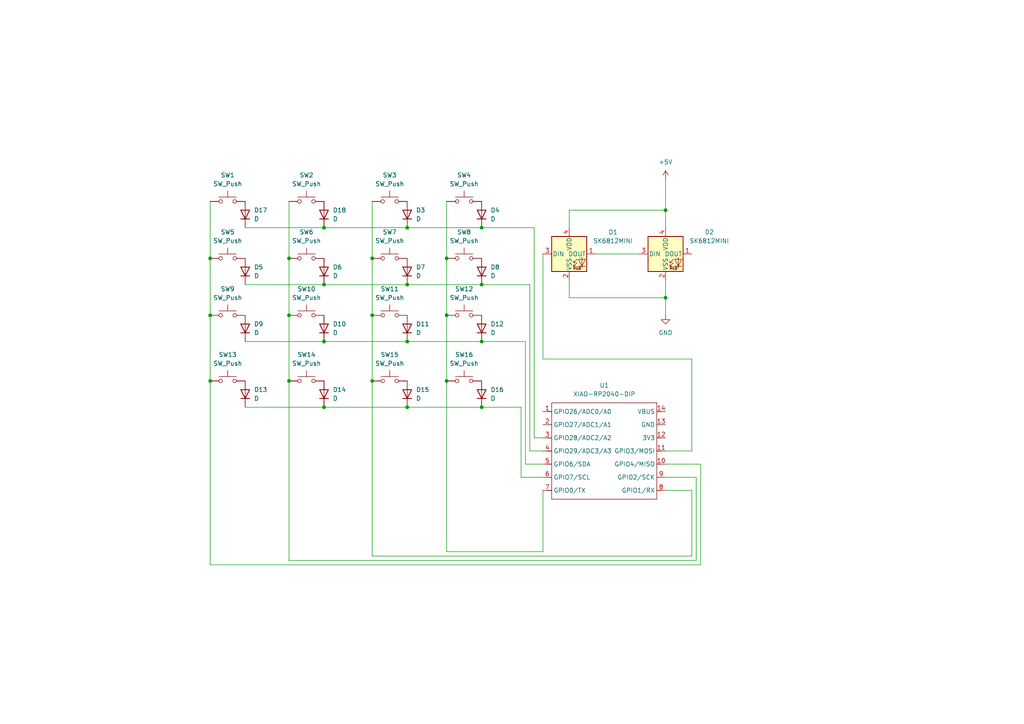
<source format=kicad_sch>
(kicad_sch
	(version 20231120)
	(generator "eeschema")
	(generator_version "8.0")
	(uuid "fab186f1-ba63-4a30-926c-7ad4232bb09c")
	(paper "A4")
	(lib_symbols
		(symbol "Device:D"
			(pin_numbers hide)
			(pin_names
				(offset 1.016) hide)
			(exclude_from_sim no)
			(in_bom yes)
			(on_board yes)
			(property "Reference" "D"
				(at 0 2.54 0)
				(effects
					(font
						(size 1.27 1.27)
					)
				)
			)
			(property "Value" "D"
				(at 0 -2.54 0)
				(effects
					(font
						(size 1.27 1.27)
					)
				)
			)
			(property "Footprint" ""
				(at 0 0 0)
				(effects
					(font
						(size 1.27 1.27)
					)
					(hide yes)
				)
			)
			(property "Datasheet" "~"
				(at 0 0 0)
				(effects
					(font
						(size 1.27 1.27)
					)
					(hide yes)
				)
			)
			(property "Description" "Diode"
				(at 0 0 0)
				(effects
					(font
						(size 1.27 1.27)
					)
					(hide yes)
				)
			)
			(property "Sim.Device" "D"
				(at 0 0 0)
				(effects
					(font
						(size 1.27 1.27)
					)
					(hide yes)
				)
			)
			(property "Sim.Pins" "1=K 2=A"
				(at 0 0 0)
				(effects
					(font
						(size 1.27 1.27)
					)
					(hide yes)
				)
			)
			(property "ki_keywords" "diode"
				(at 0 0 0)
				(effects
					(font
						(size 1.27 1.27)
					)
					(hide yes)
				)
			)
			(property "ki_fp_filters" "TO-???* *_Diode_* *SingleDiode* D_*"
				(at 0 0 0)
				(effects
					(font
						(size 1.27 1.27)
					)
					(hide yes)
				)
			)
			(symbol "D_0_1"
				(polyline
					(pts
						(xy -1.27 1.27) (xy -1.27 -1.27)
					)
					(stroke
						(width 0.254)
						(type default)
					)
					(fill
						(type none)
					)
				)
				(polyline
					(pts
						(xy 1.27 0) (xy -1.27 0)
					)
					(stroke
						(width 0)
						(type default)
					)
					(fill
						(type none)
					)
				)
				(polyline
					(pts
						(xy 1.27 1.27) (xy 1.27 -1.27) (xy -1.27 0) (xy 1.27 1.27)
					)
					(stroke
						(width 0.254)
						(type default)
					)
					(fill
						(type none)
					)
				)
			)
			(symbol "D_1_1"
				(pin passive line
					(at -3.81 0 0)
					(length 2.54)
					(name "K"
						(effects
							(font
								(size 1.27 1.27)
							)
						)
					)
					(number "1"
						(effects
							(font
								(size 1.27 1.27)
							)
						)
					)
				)
				(pin passive line
					(at 3.81 0 180)
					(length 2.54)
					(name "A"
						(effects
							(font
								(size 1.27 1.27)
							)
						)
					)
					(number "2"
						(effects
							(font
								(size 1.27 1.27)
							)
						)
					)
				)
			)
		)
		(symbol "LED:SK6812MINI"
			(pin_names
				(offset 0.254)
			)
			(exclude_from_sim no)
			(in_bom yes)
			(on_board yes)
			(property "Reference" "D"
				(at 5.08 5.715 0)
				(effects
					(font
						(size 1.27 1.27)
					)
					(justify right bottom)
				)
			)
			(property "Value" "SK6812MINI"
				(at 1.27 -5.715 0)
				(effects
					(font
						(size 1.27 1.27)
					)
					(justify left top)
				)
			)
			(property "Footprint" "LED_SMD:LED_SK6812MINI_PLCC4_3.5x3.5mm_P1.75mm"
				(at 1.27 -7.62 0)
				(effects
					(font
						(size 1.27 1.27)
					)
					(justify left top)
					(hide yes)
				)
			)
			(property "Datasheet" "https://cdn-shop.adafruit.com/product-files/2686/SK6812MINI_REV.01-1-2.pdf"
				(at 2.54 -9.525 0)
				(effects
					(font
						(size 1.27 1.27)
					)
					(justify left top)
					(hide yes)
				)
			)
			(property "Description" "RGB LED with integrated controller"
				(at 0 0 0)
				(effects
					(font
						(size 1.27 1.27)
					)
					(hide yes)
				)
			)
			(property "ki_keywords" "RGB LED NeoPixel Mini addressable"
				(at 0 0 0)
				(effects
					(font
						(size 1.27 1.27)
					)
					(hide yes)
				)
			)
			(property "ki_fp_filters" "LED*SK6812MINI*PLCC*3.5x3.5mm*P1.75mm*"
				(at 0 0 0)
				(effects
					(font
						(size 1.27 1.27)
					)
					(hide yes)
				)
			)
			(symbol "SK6812MINI_0_0"
				(text "RGB"
					(at 2.286 -4.191 0)
					(effects
						(font
							(size 0.762 0.762)
						)
					)
				)
			)
			(symbol "SK6812MINI_0_1"
				(polyline
					(pts
						(xy 1.27 -3.556) (xy 1.778 -3.556)
					)
					(stroke
						(width 0)
						(type default)
					)
					(fill
						(type none)
					)
				)
				(polyline
					(pts
						(xy 1.27 -2.54) (xy 1.778 -2.54)
					)
					(stroke
						(width 0)
						(type default)
					)
					(fill
						(type none)
					)
				)
				(polyline
					(pts
						(xy 4.699 -3.556) (xy 2.667 -3.556)
					)
					(stroke
						(width 0)
						(type default)
					)
					(fill
						(type none)
					)
				)
				(polyline
					(pts
						(xy 2.286 -2.54) (xy 1.27 -3.556) (xy 1.27 -3.048)
					)
					(stroke
						(width 0)
						(type default)
					)
					(fill
						(type none)
					)
				)
				(polyline
					(pts
						(xy 2.286 -1.524) (xy 1.27 -2.54) (xy 1.27 -2.032)
					)
					(stroke
						(width 0)
						(type default)
					)
					(fill
						(type none)
					)
				)
				(polyline
					(pts
						(xy 3.683 -1.016) (xy 3.683 -3.556) (xy 3.683 -4.064)
					)
					(stroke
						(width 0)
						(type default)
					)
					(fill
						(type none)
					)
				)
				(polyline
					(pts
						(xy 4.699 -1.524) (xy 2.667 -1.524) (xy 3.683 -3.556) (xy 4.699 -1.524)
					)
					(stroke
						(width 0)
						(type default)
					)
					(fill
						(type none)
					)
				)
				(rectangle
					(start 5.08 5.08)
					(end -5.08 -5.08)
					(stroke
						(width 0.254)
						(type default)
					)
					(fill
						(type background)
					)
				)
			)
			(symbol "SK6812MINI_1_1"
				(pin output line
					(at 7.62 0 180)
					(length 2.54)
					(name "DOUT"
						(effects
							(font
								(size 1.27 1.27)
							)
						)
					)
					(number "1"
						(effects
							(font
								(size 1.27 1.27)
							)
						)
					)
				)
				(pin power_in line
					(at 0 -7.62 90)
					(length 2.54)
					(name "VSS"
						(effects
							(font
								(size 1.27 1.27)
							)
						)
					)
					(number "2"
						(effects
							(font
								(size 1.27 1.27)
							)
						)
					)
				)
				(pin input line
					(at -7.62 0 0)
					(length 2.54)
					(name "DIN"
						(effects
							(font
								(size 1.27 1.27)
							)
						)
					)
					(number "3"
						(effects
							(font
								(size 1.27 1.27)
							)
						)
					)
				)
				(pin power_in line
					(at 0 7.62 270)
					(length 2.54)
					(name "VDD"
						(effects
							(font
								(size 1.27 1.27)
							)
						)
					)
					(number "4"
						(effects
							(font
								(size 1.27 1.27)
							)
						)
					)
				)
			)
		)
		(symbol "OPL:XIAO-RP2040-DIP"
			(exclude_from_sim no)
			(in_bom yes)
			(on_board yes)
			(property "Reference" "U"
				(at 0 0 0)
				(effects
					(font
						(size 1.27 1.27)
					)
				)
			)
			(property "Value" "XIAO-RP2040-DIP"
				(at 5.334 -1.778 0)
				(effects
					(font
						(size 1.27 1.27)
					)
				)
			)
			(property "Footprint" "Module:MOUDLE14P-XIAO-DIP-SMD"
				(at 14.478 -32.258 0)
				(effects
					(font
						(size 1.27 1.27)
					)
					(hide yes)
				)
			)
			(property "Datasheet" ""
				(at 0 0 0)
				(effects
					(font
						(size 1.27 1.27)
					)
					(hide yes)
				)
			)
			(property "Description" ""
				(at 0 0 0)
				(effects
					(font
						(size 1.27 1.27)
					)
					(hide yes)
				)
			)
			(symbol "XIAO-RP2040-DIP_1_0"
				(polyline
					(pts
						(xy -1.27 -30.48) (xy -1.27 -16.51)
					)
					(stroke
						(width 0.1524)
						(type solid)
					)
					(fill
						(type none)
					)
				)
				(polyline
					(pts
						(xy -1.27 -27.94) (xy -2.54 -27.94)
					)
					(stroke
						(width 0.1524)
						(type solid)
					)
					(fill
						(type none)
					)
				)
				(polyline
					(pts
						(xy -1.27 -24.13) (xy -2.54 -24.13)
					)
					(stroke
						(width 0.1524)
						(type solid)
					)
					(fill
						(type none)
					)
				)
				(polyline
					(pts
						(xy -1.27 -20.32) (xy -2.54 -20.32)
					)
					(stroke
						(width 0.1524)
						(type solid)
					)
					(fill
						(type none)
					)
				)
				(polyline
					(pts
						(xy -1.27 -16.51) (xy -2.54 -16.51)
					)
					(stroke
						(width 0.1524)
						(type solid)
					)
					(fill
						(type none)
					)
				)
				(polyline
					(pts
						(xy -1.27 -16.51) (xy -1.27 -12.7)
					)
					(stroke
						(width 0.1524)
						(type solid)
					)
					(fill
						(type none)
					)
				)
				(polyline
					(pts
						(xy -1.27 -12.7) (xy -2.54 -12.7)
					)
					(stroke
						(width 0.1524)
						(type solid)
					)
					(fill
						(type none)
					)
				)
				(polyline
					(pts
						(xy -1.27 -12.7) (xy -1.27 -8.89)
					)
					(stroke
						(width 0.1524)
						(type solid)
					)
					(fill
						(type none)
					)
				)
				(polyline
					(pts
						(xy -1.27 -8.89) (xy -2.54 -8.89)
					)
					(stroke
						(width 0.1524)
						(type solid)
					)
					(fill
						(type none)
					)
				)
				(polyline
					(pts
						(xy -1.27 -8.89) (xy -1.27 -5.08)
					)
					(stroke
						(width 0.1524)
						(type solid)
					)
					(fill
						(type none)
					)
				)
				(polyline
					(pts
						(xy -1.27 -5.08) (xy -2.54 -5.08)
					)
					(stroke
						(width 0.1524)
						(type solid)
					)
					(fill
						(type none)
					)
				)
				(polyline
					(pts
						(xy -1.27 -5.08) (xy -1.27 -2.54)
					)
					(stroke
						(width 0.1524)
						(type solid)
					)
					(fill
						(type none)
					)
				)
				(polyline
					(pts
						(xy -1.27 -2.54) (xy 29.21 -2.54)
					)
					(stroke
						(width 0.1524)
						(type solid)
					)
					(fill
						(type none)
					)
				)
				(polyline
					(pts
						(xy 29.21 -30.48) (xy -1.27 -30.48)
					)
					(stroke
						(width 0.1524)
						(type solid)
					)
					(fill
						(type none)
					)
				)
				(polyline
					(pts
						(xy 29.21 -12.7) (xy 29.21 -30.48)
					)
					(stroke
						(width 0.1524)
						(type solid)
					)
					(fill
						(type none)
					)
				)
				(polyline
					(pts
						(xy 29.21 -8.89) (xy 29.21 -12.7)
					)
					(stroke
						(width 0.1524)
						(type solid)
					)
					(fill
						(type none)
					)
				)
				(polyline
					(pts
						(xy 29.21 -5.08) (xy 29.21 -8.89)
					)
					(stroke
						(width 0.1524)
						(type solid)
					)
					(fill
						(type none)
					)
				)
				(polyline
					(pts
						(xy 29.21 -2.54) (xy 29.21 -5.08)
					)
					(stroke
						(width 0.1524)
						(type solid)
					)
					(fill
						(type none)
					)
				)
				(polyline
					(pts
						(xy 30.48 -27.94) (xy 29.21 -27.94)
					)
					(stroke
						(width 0.1524)
						(type solid)
					)
					(fill
						(type none)
					)
				)
				(polyline
					(pts
						(xy 30.48 -24.13) (xy 29.21 -24.13)
					)
					(stroke
						(width 0.1524)
						(type solid)
					)
					(fill
						(type none)
					)
				)
				(polyline
					(pts
						(xy 30.48 -20.32) (xy 29.21 -20.32)
					)
					(stroke
						(width 0.1524)
						(type solid)
					)
					(fill
						(type none)
					)
				)
				(polyline
					(pts
						(xy 30.48 -16.51) (xy 29.21 -16.51)
					)
					(stroke
						(width 0.1524)
						(type solid)
					)
					(fill
						(type none)
					)
				)
				(polyline
					(pts
						(xy 30.48 -12.7) (xy 29.21 -12.7)
					)
					(stroke
						(width 0.1524)
						(type solid)
					)
					(fill
						(type none)
					)
				)
				(polyline
					(pts
						(xy 30.48 -8.89) (xy 29.21 -8.89)
					)
					(stroke
						(width 0.1524)
						(type solid)
					)
					(fill
						(type none)
					)
				)
				(polyline
					(pts
						(xy 30.48 -5.08) (xy 29.21 -5.08)
					)
					(stroke
						(width 0.1524)
						(type solid)
					)
					(fill
						(type none)
					)
				)
				(pin passive line
					(at -3.81 -5.08 0)
					(length 2.54)
					(name "GPIO26/ADC0/A0"
						(effects
							(font
								(size 1.27 1.27)
							)
						)
					)
					(number "1"
						(effects
							(font
								(size 1.27 1.27)
							)
						)
					)
				)
				(pin passive line
					(at 31.75 -20.32 180)
					(length 2.54)
					(name "GPIO4/MISO"
						(effects
							(font
								(size 1.27 1.27)
							)
						)
					)
					(number "10"
						(effects
							(font
								(size 1.27 1.27)
							)
						)
					)
				)
				(pin passive line
					(at 31.75 -16.51 180)
					(length 2.54)
					(name "GPIO3/MOSI"
						(effects
							(font
								(size 1.27 1.27)
							)
						)
					)
					(number "11"
						(effects
							(font
								(size 1.27 1.27)
							)
						)
					)
				)
				(pin passive line
					(at 31.75 -12.7 180)
					(length 2.54)
					(name "3V3"
						(effects
							(font
								(size 1.27 1.27)
							)
						)
					)
					(number "12"
						(effects
							(font
								(size 1.27 1.27)
							)
						)
					)
				)
				(pin passive line
					(at 31.75 -8.89 180)
					(length 2.54)
					(name "GND"
						(effects
							(font
								(size 1.27 1.27)
							)
						)
					)
					(number "13"
						(effects
							(font
								(size 1.27 1.27)
							)
						)
					)
				)
				(pin passive line
					(at 31.75 -5.08 180)
					(length 2.54)
					(name "VBUS"
						(effects
							(font
								(size 1.27 1.27)
							)
						)
					)
					(number "14"
						(effects
							(font
								(size 1.27 1.27)
							)
						)
					)
				)
				(pin passive line
					(at -3.81 -8.89 0)
					(length 2.54)
					(name "GPIO27/ADC1/A1"
						(effects
							(font
								(size 1.27 1.27)
							)
						)
					)
					(number "2"
						(effects
							(font
								(size 1.27 1.27)
							)
						)
					)
				)
				(pin passive line
					(at -3.81 -12.7 0)
					(length 2.54)
					(name "GPIO28/ADC2/A2"
						(effects
							(font
								(size 1.27 1.27)
							)
						)
					)
					(number "3"
						(effects
							(font
								(size 1.27 1.27)
							)
						)
					)
				)
				(pin passive line
					(at -3.81 -16.51 0)
					(length 2.54)
					(name "GPIO29/ADC3/A3"
						(effects
							(font
								(size 1.27 1.27)
							)
						)
					)
					(number "4"
						(effects
							(font
								(size 1.27 1.27)
							)
						)
					)
				)
				(pin passive line
					(at -3.81 -20.32 0)
					(length 2.54)
					(name "GPIO6/SDA"
						(effects
							(font
								(size 1.27 1.27)
							)
						)
					)
					(number "5"
						(effects
							(font
								(size 1.27 1.27)
							)
						)
					)
				)
				(pin passive line
					(at -3.81 -24.13 0)
					(length 2.54)
					(name "GPIO7/SCL"
						(effects
							(font
								(size 1.27 1.27)
							)
						)
					)
					(number "6"
						(effects
							(font
								(size 1.27 1.27)
							)
						)
					)
				)
				(pin passive line
					(at -3.81 -27.94 0)
					(length 2.54)
					(name "GPIO0/TX"
						(effects
							(font
								(size 1.27 1.27)
							)
						)
					)
					(number "7"
						(effects
							(font
								(size 1.27 1.27)
							)
						)
					)
				)
				(pin passive line
					(at 31.75 -27.94 180)
					(length 2.54)
					(name "GPIO1/RX"
						(effects
							(font
								(size 1.27 1.27)
							)
						)
					)
					(number "8"
						(effects
							(font
								(size 1.27 1.27)
							)
						)
					)
				)
				(pin passive line
					(at 31.75 -24.13 180)
					(length 2.54)
					(name "GPIO2/SCK"
						(effects
							(font
								(size 1.27 1.27)
							)
						)
					)
					(number "9"
						(effects
							(font
								(size 1.27 1.27)
							)
						)
					)
				)
			)
		)
		(symbol "Switch:SW_Push"
			(pin_numbers hide)
			(pin_names
				(offset 1.016) hide)
			(exclude_from_sim no)
			(in_bom yes)
			(on_board yes)
			(property "Reference" "SW"
				(at 1.27 2.54 0)
				(effects
					(font
						(size 1.27 1.27)
					)
					(justify left)
				)
			)
			(property "Value" "SW_Push"
				(at 0 -1.524 0)
				(effects
					(font
						(size 1.27 1.27)
					)
				)
			)
			(property "Footprint" ""
				(at 0 5.08 0)
				(effects
					(font
						(size 1.27 1.27)
					)
					(hide yes)
				)
			)
			(property "Datasheet" "~"
				(at 0 5.08 0)
				(effects
					(font
						(size 1.27 1.27)
					)
					(hide yes)
				)
			)
			(property "Description" "Push button switch, generic, two pins"
				(at 0 0 0)
				(effects
					(font
						(size 1.27 1.27)
					)
					(hide yes)
				)
			)
			(property "ki_keywords" "switch normally-open pushbutton push-button"
				(at 0 0 0)
				(effects
					(font
						(size 1.27 1.27)
					)
					(hide yes)
				)
			)
			(symbol "SW_Push_0_1"
				(circle
					(center -2.032 0)
					(radius 0.508)
					(stroke
						(width 0)
						(type default)
					)
					(fill
						(type none)
					)
				)
				(polyline
					(pts
						(xy 0 1.27) (xy 0 3.048)
					)
					(stroke
						(width 0)
						(type default)
					)
					(fill
						(type none)
					)
				)
				(polyline
					(pts
						(xy 2.54 1.27) (xy -2.54 1.27)
					)
					(stroke
						(width 0)
						(type default)
					)
					(fill
						(type none)
					)
				)
				(circle
					(center 2.032 0)
					(radius 0.508)
					(stroke
						(width 0)
						(type default)
					)
					(fill
						(type none)
					)
				)
				(pin passive line
					(at -5.08 0 0)
					(length 2.54)
					(name "1"
						(effects
							(font
								(size 1.27 1.27)
							)
						)
					)
					(number "1"
						(effects
							(font
								(size 1.27 1.27)
							)
						)
					)
				)
				(pin passive line
					(at 5.08 0 180)
					(length 2.54)
					(name "2"
						(effects
							(font
								(size 1.27 1.27)
							)
						)
					)
					(number "2"
						(effects
							(font
								(size 1.27 1.27)
							)
						)
					)
				)
			)
		)
		(symbol "power:+5V"
			(power)
			(pin_numbers hide)
			(pin_names
				(offset 0) hide)
			(exclude_from_sim no)
			(in_bom yes)
			(on_board yes)
			(property "Reference" "#PWR"
				(at 0 -3.81 0)
				(effects
					(font
						(size 1.27 1.27)
					)
					(hide yes)
				)
			)
			(property "Value" "+5V"
				(at 0 3.556 0)
				(effects
					(font
						(size 1.27 1.27)
					)
				)
			)
			(property "Footprint" ""
				(at 0 0 0)
				(effects
					(font
						(size 1.27 1.27)
					)
					(hide yes)
				)
			)
			(property "Datasheet" ""
				(at 0 0 0)
				(effects
					(font
						(size 1.27 1.27)
					)
					(hide yes)
				)
			)
			(property "Description" "Power symbol creates a global label with name \"+5V\""
				(at 0 0 0)
				(effects
					(font
						(size 1.27 1.27)
					)
					(hide yes)
				)
			)
			(property "ki_keywords" "global power"
				(at 0 0 0)
				(effects
					(font
						(size 1.27 1.27)
					)
					(hide yes)
				)
			)
			(symbol "+5V_0_1"
				(polyline
					(pts
						(xy -0.762 1.27) (xy 0 2.54)
					)
					(stroke
						(width 0)
						(type default)
					)
					(fill
						(type none)
					)
				)
				(polyline
					(pts
						(xy 0 0) (xy 0 2.54)
					)
					(stroke
						(width 0)
						(type default)
					)
					(fill
						(type none)
					)
				)
				(polyline
					(pts
						(xy 0 2.54) (xy 0.762 1.27)
					)
					(stroke
						(width 0)
						(type default)
					)
					(fill
						(type none)
					)
				)
			)
			(symbol "+5V_1_1"
				(pin power_in line
					(at 0 0 90)
					(length 0)
					(name "~"
						(effects
							(font
								(size 1.27 1.27)
							)
						)
					)
					(number "1"
						(effects
							(font
								(size 1.27 1.27)
							)
						)
					)
				)
			)
		)
		(symbol "power:GND"
			(power)
			(pin_numbers hide)
			(pin_names
				(offset 0) hide)
			(exclude_from_sim no)
			(in_bom yes)
			(on_board yes)
			(property "Reference" "#PWR"
				(at 0 -6.35 0)
				(effects
					(font
						(size 1.27 1.27)
					)
					(hide yes)
				)
			)
			(property "Value" "GND"
				(at 0 -3.81 0)
				(effects
					(font
						(size 1.27 1.27)
					)
				)
			)
			(property "Footprint" ""
				(at 0 0 0)
				(effects
					(font
						(size 1.27 1.27)
					)
					(hide yes)
				)
			)
			(property "Datasheet" ""
				(at 0 0 0)
				(effects
					(font
						(size 1.27 1.27)
					)
					(hide yes)
				)
			)
			(property "Description" "Power symbol creates a global label with name \"GND\" , ground"
				(at 0 0 0)
				(effects
					(font
						(size 1.27 1.27)
					)
					(hide yes)
				)
			)
			(property "ki_keywords" "global power"
				(at 0 0 0)
				(effects
					(font
						(size 1.27 1.27)
					)
					(hide yes)
				)
			)
			(symbol "GND_0_1"
				(polyline
					(pts
						(xy 0 0) (xy 0 -1.27) (xy 1.27 -1.27) (xy 0 -2.54) (xy -1.27 -1.27) (xy 0 -1.27)
					)
					(stroke
						(width 0)
						(type default)
					)
					(fill
						(type none)
					)
				)
			)
			(symbol "GND_1_1"
				(pin power_in line
					(at 0 0 270)
					(length 0)
					(name "~"
						(effects
							(font
								(size 1.27 1.27)
							)
						)
					)
					(number "1"
						(effects
							(font
								(size 1.27 1.27)
							)
						)
					)
				)
			)
		)
	)
	(junction
		(at 83.82 91.44)
		(diameter 0)
		(color 0 0 0 0)
		(uuid "06b43be3-61c2-45ee-8faa-6282e17dbf94")
	)
	(junction
		(at 60.96 74.93)
		(diameter 0)
		(color 0 0 0 0)
		(uuid "1c4f230f-bc33-4af1-ad5b-a50bec8d2a16")
	)
	(junction
		(at 60.96 91.44)
		(diameter 0)
		(color 0 0 0 0)
		(uuid "1f278c34-76e8-4b8a-bf6d-7f5e2234904b")
	)
	(junction
		(at 118.11 66.04)
		(diameter 0)
		(color 0 0 0 0)
		(uuid "40217263-d414-4e7b-a221-f2f1046f58ec")
	)
	(junction
		(at 107.95 110.49)
		(diameter 0)
		(color 0 0 0 0)
		(uuid "41615a6e-e78a-4927-a1d0-3658cb9ab64f")
	)
	(junction
		(at 118.11 118.11)
		(diameter 0)
		(color 0 0 0 0)
		(uuid "554c76b9-3c4e-447d-b7c6-3e4b8a31e68a")
	)
	(junction
		(at 129.54 91.44)
		(diameter 0)
		(color 0 0 0 0)
		(uuid "5d94c88e-df24-4087-a791-7769979e031e")
	)
	(junction
		(at 93.98 82.55)
		(diameter 0)
		(color 0 0 0 0)
		(uuid "6e70658e-00f9-4292-9bfe-0c3da4c3e1a8")
	)
	(junction
		(at 139.7 66.04)
		(diameter 0)
		(color 0 0 0 0)
		(uuid "80531264-0e95-4f13-b49c-cbaf46b8f38f")
	)
	(junction
		(at 83.82 74.93)
		(diameter 0)
		(color 0 0 0 0)
		(uuid "8b465177-ce82-4670-9d0a-8493e998f2ee")
	)
	(junction
		(at 193.04 60.96)
		(diameter 0)
		(color 0 0 0 0)
		(uuid "903ef6e1-c188-4a11-879c-d6f606679690")
	)
	(junction
		(at 129.54 110.49)
		(diameter 0)
		(color 0 0 0 0)
		(uuid "98569ef2-8309-46a3-a2b0-418c81e6f2a3")
	)
	(junction
		(at 60.96 110.49)
		(diameter 0)
		(color 0 0 0 0)
		(uuid "9f199667-9530-416c-b2d6-4f91c00d6916")
	)
	(junction
		(at 107.95 91.44)
		(diameter 0)
		(color 0 0 0 0)
		(uuid "a287aa10-029c-499f-979b-4dd48611239a")
	)
	(junction
		(at 193.04 86.36)
		(diameter 0)
		(color 0 0 0 0)
		(uuid "a306d0f9-2f5a-4800-a351-de1dc8f2dda5")
	)
	(junction
		(at 118.11 99.06)
		(diameter 0)
		(color 0 0 0 0)
		(uuid "a4a58fc6-e16d-42b4-a97a-d3c749ef50fb")
	)
	(junction
		(at 139.7 99.06)
		(diameter 0)
		(color 0 0 0 0)
		(uuid "a528622e-66df-414f-89b2-f0976edc3856")
	)
	(junction
		(at 93.98 66.04)
		(diameter 0)
		(color 0 0 0 0)
		(uuid "bc6156f2-bfb6-413b-b6cc-2fef11cc60e0")
	)
	(junction
		(at 139.7 118.11)
		(diameter 0)
		(color 0 0 0 0)
		(uuid "be48ba14-34a2-4991-af36-05b2a4098fd6")
	)
	(junction
		(at 139.7 82.55)
		(diameter 0)
		(color 0 0 0 0)
		(uuid "d5c49ae2-382a-4a5d-9c53-9ac3185990b0")
	)
	(junction
		(at 129.54 74.93)
		(diameter 0)
		(color 0 0 0 0)
		(uuid "dc29b426-397d-4285-9b91-716010df316c")
	)
	(junction
		(at 118.11 82.55)
		(diameter 0)
		(color 0 0 0 0)
		(uuid "e89ece72-4e36-409a-9041-3d724147e986")
	)
	(junction
		(at 83.82 110.49)
		(diameter 0)
		(color 0 0 0 0)
		(uuid "f25f9a09-6d87-4f8a-9f0c-b130c36b973f")
	)
	(junction
		(at 93.98 99.06)
		(diameter 0)
		(color 0 0 0 0)
		(uuid "fa0c19c2-e43c-4fa4-a254-3e1f33f11eb9")
	)
	(junction
		(at 107.95 74.93)
		(diameter 0)
		(color 0 0 0 0)
		(uuid "fd48b0d4-fbc8-486e-91e1-f3d1670d263b")
	)
	(junction
		(at 93.98 118.11)
		(diameter 0)
		(color 0 0 0 0)
		(uuid "fe9ab401-5fb3-4b06-a0bc-dfa8f9bc877a")
	)
	(wire
		(pts
			(xy 93.98 99.06) (xy 118.11 99.06)
		)
		(stroke
			(width 0)
			(type default)
		)
		(uuid "02f55667-fa16-4ce3-a377-f657b2ea5bb9")
	)
	(wire
		(pts
			(xy 193.04 52.07) (xy 193.04 60.96)
		)
		(stroke
			(width 0)
			(type default)
		)
		(uuid "03a15851-8800-44b3-8161-9705cc9cf3f5")
	)
	(wire
		(pts
			(xy 60.96 110.49) (xy 60.96 163.83)
		)
		(stroke
			(width 0)
			(type default)
		)
		(uuid "05bd507a-1cc3-4eb0-920f-e750b8013e6f")
	)
	(wire
		(pts
			(xy 165.1 86.36) (xy 193.04 86.36)
		)
		(stroke
			(width 0)
			(type default)
		)
		(uuid "05e98f33-36db-42d0-a714-ef08a815d4c9")
	)
	(wire
		(pts
			(xy 107.95 74.93) (xy 107.95 91.44)
		)
		(stroke
			(width 0)
			(type default)
		)
		(uuid "06a1267b-01ee-4f32-96e8-c9f965a59a99")
	)
	(wire
		(pts
			(xy 153.67 82.55) (xy 153.67 130.81)
		)
		(stroke
			(width 0)
			(type default)
		)
		(uuid "0812ccf3-8a4c-4078-91c0-514c3740d8bf")
	)
	(wire
		(pts
			(xy 83.82 91.44) (xy 83.82 110.49)
		)
		(stroke
			(width 0)
			(type default)
		)
		(uuid "0c759bfc-b400-437d-8246-e8a899350196")
	)
	(wire
		(pts
			(xy 193.04 138.43) (xy 201.93 138.43)
		)
		(stroke
			(width 0)
			(type default)
		)
		(uuid "0d56b655-7f3c-4f75-be8f-456be8c27e30")
	)
	(wire
		(pts
			(xy 60.96 74.93) (xy 60.96 91.44)
		)
		(stroke
			(width 0)
			(type default)
		)
		(uuid "10a64dab-c54f-4746-81f7-161a179eb4d7")
	)
	(wire
		(pts
			(xy 200.66 161.29) (xy 200.66 142.24)
		)
		(stroke
			(width 0)
			(type default)
		)
		(uuid "19a274ec-c842-4aff-851c-cb3c3b055f71")
	)
	(wire
		(pts
			(xy 157.48 142.24) (xy 157.48 160.02)
		)
		(stroke
			(width 0)
			(type default)
		)
		(uuid "1b058b5e-dc5f-4fd0-a3f7-3bb3cf964551")
	)
	(wire
		(pts
			(xy 83.82 58.42) (xy 83.82 74.93)
		)
		(stroke
			(width 0)
			(type default)
		)
		(uuid "1b2052d1-f54e-4bd4-b8b3-316acfeb8dad")
	)
	(wire
		(pts
			(xy 71.12 99.06) (xy 93.98 99.06)
		)
		(stroke
			(width 0)
			(type default)
		)
		(uuid "2ae585c0-3153-4300-9296-97910e99e89b")
	)
	(wire
		(pts
			(xy 71.12 82.55) (xy 93.98 82.55)
		)
		(stroke
			(width 0)
			(type default)
		)
		(uuid "2b22f8ac-47f4-4875-b7b9-5d55b6e1e5cc")
	)
	(wire
		(pts
			(xy 139.7 99.06) (xy 152.4 99.06)
		)
		(stroke
			(width 0)
			(type default)
		)
		(uuid "309f1887-561f-433e-a30f-44356135ce54")
	)
	(wire
		(pts
			(xy 107.95 58.42) (xy 107.95 74.93)
		)
		(stroke
			(width 0)
			(type default)
		)
		(uuid "35018121-e216-4238-9a3c-7d0c76de2fbf")
	)
	(wire
		(pts
			(xy 193.04 81.28) (xy 193.04 86.36)
		)
		(stroke
			(width 0)
			(type default)
		)
		(uuid "398cf17e-a141-44da-b788-c68e6edfd52c")
	)
	(wire
		(pts
			(xy 157.48 104.14) (xy 200.66 104.14)
		)
		(stroke
			(width 0)
			(type default)
		)
		(uuid "3ecdee3f-aedb-4cfb-a969-a5f161daedb2")
	)
	(wire
		(pts
			(xy 193.04 60.96) (xy 165.1 60.96)
		)
		(stroke
			(width 0)
			(type default)
		)
		(uuid "41bba031-ba7a-4a88-aac0-4025b357db18")
	)
	(wire
		(pts
			(xy 93.98 66.04) (xy 118.11 66.04)
		)
		(stroke
			(width 0)
			(type default)
		)
		(uuid "430aca21-eced-402d-8266-288097903ae6")
	)
	(wire
		(pts
			(xy 193.04 86.36) (xy 193.04 91.44)
		)
		(stroke
			(width 0)
			(type default)
		)
		(uuid "4d2b066d-6da2-4c35-b111-71144173f900")
	)
	(wire
		(pts
			(xy 203.2 134.62) (xy 193.04 134.62)
		)
		(stroke
			(width 0)
			(type default)
		)
		(uuid "5d444a69-2abe-4f17-9a7c-c962bf6f8024")
	)
	(wire
		(pts
			(xy 153.67 130.81) (xy 157.48 130.81)
		)
		(stroke
			(width 0)
			(type default)
		)
		(uuid "61e373e0-53f3-468d-90d0-9f4b039b7bd1")
	)
	(wire
		(pts
			(xy 107.95 91.44) (xy 107.95 110.49)
		)
		(stroke
			(width 0)
			(type default)
		)
		(uuid "626c0ea8-da40-45cf-bf25-136e8e8e19c6")
	)
	(wire
		(pts
			(xy 129.54 91.44) (xy 129.54 110.49)
		)
		(stroke
			(width 0)
			(type default)
		)
		(uuid "64e0b141-d435-4e8e-be9d-d23ddf3ee9ce")
	)
	(wire
		(pts
			(xy 129.54 58.42) (xy 129.54 74.93)
		)
		(stroke
			(width 0)
			(type default)
		)
		(uuid "6c3a6e78-6d71-44b5-b90a-111c229f1c08")
	)
	(wire
		(pts
			(xy 151.13 138.43) (xy 157.48 138.43)
		)
		(stroke
			(width 0)
			(type default)
		)
		(uuid "6ea1efa0-b71c-49af-a49c-20c1dd885095")
	)
	(wire
		(pts
			(xy 129.54 74.93) (xy 129.54 91.44)
		)
		(stroke
			(width 0)
			(type default)
		)
		(uuid "7553a353-86dd-48de-b71e-7869fc8abd43")
	)
	(wire
		(pts
			(xy 157.48 73.66) (xy 157.48 104.14)
		)
		(stroke
			(width 0)
			(type default)
		)
		(uuid "7ecacaa5-2808-481c-931d-77e5bf47ee7a")
	)
	(wire
		(pts
			(xy 71.12 118.11) (xy 93.98 118.11)
		)
		(stroke
			(width 0)
			(type default)
		)
		(uuid "81d1a360-3301-4b90-a74c-6d21e9175740")
	)
	(wire
		(pts
			(xy 201.93 162.56) (xy 201.93 138.43)
		)
		(stroke
			(width 0)
			(type default)
		)
		(uuid "867f761a-b1d0-48cc-9875-0e708c9ea9ce")
	)
	(wire
		(pts
			(xy 60.96 58.42) (xy 60.96 74.93)
		)
		(stroke
			(width 0)
			(type default)
		)
		(uuid "87825f8a-5b86-45ea-a798-0f1032c27199")
	)
	(wire
		(pts
			(xy 165.1 81.28) (xy 165.1 86.36)
		)
		(stroke
			(width 0)
			(type default)
		)
		(uuid "89cb0d0e-d009-4718-ac4c-f88f6847f461")
	)
	(wire
		(pts
			(xy 83.82 110.49) (xy 83.82 162.56)
		)
		(stroke
			(width 0)
			(type default)
		)
		(uuid "8af094f6-1453-4016-9096-c647c5a93763")
	)
	(wire
		(pts
			(xy 152.4 134.62) (xy 157.48 134.62)
		)
		(stroke
			(width 0)
			(type default)
		)
		(uuid "9008e760-4b02-47df-99a5-892f776a29af")
	)
	(wire
		(pts
			(xy 200.66 104.14) (xy 200.66 130.81)
		)
		(stroke
			(width 0)
			(type default)
		)
		(uuid "936f04f4-0d09-440a-94e9-3246d88366af")
	)
	(wire
		(pts
			(xy 60.96 163.83) (xy 203.2 163.83)
		)
		(stroke
			(width 0)
			(type default)
		)
		(uuid "93faaef4-eb69-4593-97a3-4a3128293c88")
	)
	(wire
		(pts
			(xy 83.82 74.93) (xy 83.82 91.44)
		)
		(stroke
			(width 0)
			(type default)
		)
		(uuid "9baabdd1-74d4-4e1e-b0e0-79e489261e8d")
	)
	(wire
		(pts
			(xy 118.11 82.55) (xy 139.7 82.55)
		)
		(stroke
			(width 0)
			(type default)
		)
		(uuid "a1563163-2839-4344-ab88-c94e8350b084")
	)
	(wire
		(pts
			(xy 83.82 162.56) (xy 201.93 162.56)
		)
		(stroke
			(width 0)
			(type default)
		)
		(uuid "a70407cb-a0b3-41d1-9f7b-e0606fce9a1c")
	)
	(wire
		(pts
			(xy 151.13 118.11) (xy 151.13 138.43)
		)
		(stroke
			(width 0)
			(type default)
		)
		(uuid "ac21bd30-294f-4a26-9094-59a76545e727")
	)
	(wire
		(pts
			(xy 139.7 66.04) (xy 154.94 66.04)
		)
		(stroke
			(width 0)
			(type default)
		)
		(uuid "b062908e-5d08-47da-8e0b-60db4eb23375")
	)
	(wire
		(pts
			(xy 107.95 161.29) (xy 200.66 161.29)
		)
		(stroke
			(width 0)
			(type default)
		)
		(uuid "b22a9c17-42e1-41dc-afda-cc45d7bde6cb")
	)
	(wire
		(pts
			(xy 154.94 66.04) (xy 154.94 127)
		)
		(stroke
			(width 0)
			(type default)
		)
		(uuid "bab47eb5-13a5-4555-91f9-1d25475d71cd")
	)
	(wire
		(pts
			(xy 193.04 60.96) (xy 193.04 66.04)
		)
		(stroke
			(width 0)
			(type default)
		)
		(uuid "c0b4ce6c-8a00-4fed-b726-ee217b0224b4")
	)
	(wire
		(pts
			(xy 118.11 66.04) (xy 139.7 66.04)
		)
		(stroke
			(width 0)
			(type default)
		)
		(uuid "c2485d5e-bcc5-4585-a9a8-11847093136a")
	)
	(wire
		(pts
			(xy 118.11 118.11) (xy 139.7 118.11)
		)
		(stroke
			(width 0)
			(type default)
		)
		(uuid "c28e38e5-0b27-49d7-aea5-43335efa1d87")
	)
	(wire
		(pts
			(xy 172.72 73.66) (xy 185.42 73.66)
		)
		(stroke
			(width 0)
			(type default)
		)
		(uuid "c56deb0d-15e5-4d8c-b2a4-feaf79b24ebb")
	)
	(wire
		(pts
			(xy 129.54 110.49) (xy 129.54 160.02)
		)
		(stroke
			(width 0)
			(type default)
		)
		(uuid "c58a7bba-1a38-4ad6-8c8c-22b89a933602")
	)
	(wire
		(pts
			(xy 71.12 66.04) (xy 93.98 66.04)
		)
		(stroke
			(width 0)
			(type default)
		)
		(uuid "cac044bb-a3e4-40de-8618-6ffa80e84a81")
	)
	(wire
		(pts
			(xy 193.04 142.24) (xy 200.66 142.24)
		)
		(stroke
			(width 0)
			(type default)
		)
		(uuid "cb176ba5-07b5-4212-9157-34f9f4e19338")
	)
	(wire
		(pts
			(xy 93.98 82.55) (xy 118.11 82.55)
		)
		(stroke
			(width 0)
			(type default)
		)
		(uuid "cb378b2e-5a76-4085-9109-ffd035722c3d")
	)
	(wire
		(pts
			(xy 165.1 60.96) (xy 165.1 66.04)
		)
		(stroke
			(width 0)
			(type default)
		)
		(uuid "cc7edfeb-ac55-4276-82d1-cc36f972ad06")
	)
	(wire
		(pts
			(xy 60.96 91.44) (xy 60.96 110.49)
		)
		(stroke
			(width 0)
			(type default)
		)
		(uuid "cf21bc6e-b1cc-4eb4-b3b8-92923c9be0ea")
	)
	(wire
		(pts
			(xy 139.7 118.11) (xy 151.13 118.11)
		)
		(stroke
			(width 0)
			(type default)
		)
		(uuid "d5c6cebd-b57d-474d-91d8-0c07107d1bf4")
	)
	(wire
		(pts
			(xy 154.94 127) (xy 157.48 127)
		)
		(stroke
			(width 0)
			(type default)
		)
		(uuid "d664fc14-d06e-415a-b28b-d6dc6177e6d7")
	)
	(wire
		(pts
			(xy 152.4 99.06) (xy 152.4 134.62)
		)
		(stroke
			(width 0)
			(type default)
		)
		(uuid "dac305dd-0385-488b-9a3b-59f36b0c986e")
	)
	(wire
		(pts
			(xy 93.98 118.11) (xy 118.11 118.11)
		)
		(stroke
			(width 0)
			(type default)
		)
		(uuid "df437993-181e-4891-8a76-5301250cd759")
	)
	(wire
		(pts
			(xy 107.95 110.49) (xy 107.95 161.29)
		)
		(stroke
			(width 0)
			(type default)
		)
		(uuid "e64b52c3-6aef-45ca-9909-baf851a1aa7c")
	)
	(wire
		(pts
			(xy 129.54 160.02) (xy 157.48 160.02)
		)
		(stroke
			(width 0)
			(type default)
		)
		(uuid "f093a990-2332-40bf-9480-3ed6077c1a4b")
	)
	(wire
		(pts
			(xy 139.7 82.55) (xy 153.67 82.55)
		)
		(stroke
			(width 0)
			(type default)
		)
		(uuid "f55c5a0f-60b9-40a6-af0f-e404ee7146d4")
	)
	(wire
		(pts
			(xy 118.11 99.06) (xy 139.7 99.06)
		)
		(stroke
			(width 0)
			(type default)
		)
		(uuid "f834cb4f-a82c-40ad-97d6-d7f46a5f54ab")
	)
	(wire
		(pts
			(xy 203.2 163.83) (xy 203.2 134.62)
		)
		(stroke
			(width 0)
			(type default)
		)
		(uuid "fd64a799-cf25-4895-8ce2-ff7a53f2673d")
	)
	(wire
		(pts
			(xy 200.66 130.81) (xy 193.04 130.81)
		)
		(stroke
			(width 0)
			(type default)
		)
		(uuid "fe7f030a-c7f9-477c-bb6e-d10f03eca4aa")
	)
	(symbol
		(lib_id "Device:D")
		(at 93.98 95.25 90)
		(unit 1)
		(exclude_from_sim no)
		(in_bom yes)
		(on_board yes)
		(dnp no)
		(fields_autoplaced yes)
		(uuid "03ae6fbd-050b-4ca4-8a71-8fbe323ee3ff")
		(property "Reference" "D10"
			(at 96.52 93.9799 90)
			(effects
				(font
					(size 1.27 1.27)
				)
				(justify right)
			)
		)
		(property "Value" "D"
			(at 96.52 96.5199 90)
			(effects
				(font
					(size 1.27 1.27)
				)
				(justify right)
			)
		)
		(property "Footprint" "Diode_THT:D_DO-35_SOD27_P7.62mm_Horizontal"
			(at 93.98 95.25 0)
			(effects
				(font
					(size 1.27 1.27)
				)
				(hide yes)
			)
		)
		(property "Datasheet" "~"
			(at 93.98 95.25 0)
			(effects
				(font
					(size 1.27 1.27)
				)
				(hide yes)
			)
		)
		(property "Description" "Diode"
			(at 93.98 95.25 0)
			(effects
				(font
					(size 1.27 1.27)
				)
				(hide yes)
			)
		)
		(property "Sim.Device" "D"
			(at 93.98 95.25 0)
			(effects
				(font
					(size 1.27 1.27)
				)
				(hide yes)
			)
		)
		(property "Sim.Pins" "1=K 2=A"
			(at 93.98 95.25 0)
			(effects
				(font
					(size 1.27 1.27)
				)
				(hide yes)
			)
		)
		(pin "1"
			(uuid "503a4894-3941-40ab-a993-692c22f3b2d0")
		)
		(pin "2"
			(uuid "83385dd9-d2d6-474a-848b-5c652d6bf261")
		)
		(instances
			(project "macropad"
				(path "/fab186f1-ba63-4a30-926c-7ad4232bb09c"
					(reference "D10")
					(unit 1)
				)
			)
		)
	)
	(symbol
		(lib_id "Switch:SW_Push")
		(at 113.03 110.49 0)
		(unit 1)
		(exclude_from_sim no)
		(in_bom yes)
		(on_board yes)
		(dnp no)
		(fields_autoplaced yes)
		(uuid "03d25a9b-6566-4502-9e36-4465c2710c50")
		(property "Reference" "SW15"
			(at 113.03 102.87 0)
			(effects
				(font
					(size 1.27 1.27)
				)
			)
		)
		(property "Value" "SW_Push"
			(at 113.03 105.41 0)
			(effects
				(font
					(size 1.27 1.27)
				)
			)
		)
		(property "Footprint" "Button_Switch_Keyboard:SW_Cherry_MX_1.00u_PCB"
			(at 113.03 105.41 0)
			(effects
				(font
					(size 1.27 1.27)
				)
				(hide yes)
			)
		)
		(property "Datasheet" "~"
			(at 113.03 105.41 0)
			(effects
				(font
					(size 1.27 1.27)
				)
				(hide yes)
			)
		)
		(property "Description" "Push button switch, generic, two pins"
			(at 113.03 110.49 0)
			(effects
				(font
					(size 1.27 1.27)
				)
				(hide yes)
			)
		)
		(pin "2"
			(uuid "c1b3d0d4-db86-43ef-9f6b-29c8b9dd050d")
		)
		(pin "1"
			(uuid "f5d57588-5889-4f3e-9cb8-42511d62707d")
		)
		(instances
			(project "macropad"
				(path "/fab186f1-ba63-4a30-926c-7ad4232bb09c"
					(reference "SW15")
					(unit 1)
				)
			)
		)
	)
	(symbol
		(lib_id "Switch:SW_Push")
		(at 134.62 91.44 0)
		(unit 1)
		(exclude_from_sim no)
		(in_bom yes)
		(on_board yes)
		(dnp no)
		(fields_autoplaced yes)
		(uuid "0714ac8d-c0d5-4fe7-aa8f-0451c98dffab")
		(property "Reference" "SW12"
			(at 134.62 83.82 0)
			(effects
				(font
					(size 1.27 1.27)
				)
			)
		)
		(property "Value" "SW_Push"
			(at 134.62 86.36 0)
			(effects
				(font
					(size 1.27 1.27)
				)
			)
		)
		(property "Footprint" "Button_Switch_Keyboard:SW_Cherry_MX_1.00u_PCB"
			(at 134.62 86.36 0)
			(effects
				(font
					(size 1.27 1.27)
				)
				(hide yes)
			)
		)
		(property "Datasheet" "~"
			(at 134.62 86.36 0)
			(effects
				(font
					(size 1.27 1.27)
				)
				(hide yes)
			)
		)
		(property "Description" "Push button switch, generic, two pins"
			(at 134.62 91.44 0)
			(effects
				(font
					(size 1.27 1.27)
				)
				(hide yes)
			)
		)
		(pin "2"
			(uuid "da133669-46c0-4f24-bae1-38a1eaaa085b")
		)
		(pin "1"
			(uuid "6fb683a1-c681-4034-9739-7d9faccbf9f2")
		)
		(instances
			(project "macropad"
				(path "/fab186f1-ba63-4a30-926c-7ad4232bb09c"
					(reference "SW12")
					(unit 1)
				)
			)
		)
	)
	(symbol
		(lib_id "Switch:SW_Push")
		(at 88.9 110.49 0)
		(unit 1)
		(exclude_from_sim no)
		(in_bom yes)
		(on_board yes)
		(dnp no)
		(fields_autoplaced yes)
		(uuid "085dcbc8-a4fd-42ca-b89b-ded4f48f3ab7")
		(property "Reference" "SW14"
			(at 88.9 102.87 0)
			(effects
				(font
					(size 1.27 1.27)
				)
			)
		)
		(property "Value" "SW_Push"
			(at 88.9 105.41 0)
			(effects
				(font
					(size 1.27 1.27)
				)
			)
		)
		(property "Footprint" "Button_Switch_Keyboard:SW_Cherry_MX_1.00u_PCB"
			(at 88.9 105.41 0)
			(effects
				(font
					(size 1.27 1.27)
				)
				(hide yes)
			)
		)
		(property "Datasheet" "~"
			(at 88.9 105.41 0)
			(effects
				(font
					(size 1.27 1.27)
				)
				(hide yes)
			)
		)
		(property "Description" "Push button switch, generic, two pins"
			(at 88.9 110.49 0)
			(effects
				(font
					(size 1.27 1.27)
				)
				(hide yes)
			)
		)
		(pin "2"
			(uuid "f9af417c-771b-4ca1-a774-ea2f173d5bfe")
		)
		(pin "1"
			(uuid "34090f74-a467-45a2-8901-196272ca69db")
		)
		(instances
			(project "macropad"
				(path "/fab186f1-ba63-4a30-926c-7ad4232bb09c"
					(reference "SW14")
					(unit 1)
				)
			)
		)
	)
	(symbol
		(lib_id "power:GND")
		(at 193.04 91.44 0)
		(unit 1)
		(exclude_from_sim no)
		(in_bom yes)
		(on_board yes)
		(dnp no)
		(fields_autoplaced yes)
		(uuid "0b7cea5f-7e9e-47e9-8291-a61566770795")
		(property "Reference" "#PWR03"
			(at 193.04 97.79 0)
			(effects
				(font
					(size 1.27 1.27)
				)
				(hide yes)
			)
		)
		(property "Value" "GND"
			(at 193.04 96.52 0)
			(effects
				(font
					(size 1.27 1.27)
				)
			)
		)
		(property "Footprint" ""
			(at 193.04 91.44 0)
			(effects
				(font
					(size 1.27 1.27)
				)
				(hide yes)
			)
		)
		(property "Datasheet" ""
			(at 193.04 91.44 0)
			(effects
				(font
					(size 1.27 1.27)
				)
				(hide yes)
			)
		)
		(property "Description" "Power symbol creates a global label with name \"GND\" , ground"
			(at 193.04 91.44 0)
			(effects
				(font
					(size 1.27 1.27)
				)
				(hide yes)
			)
		)
		(pin "1"
			(uuid "9091918b-a88a-4c96-94ae-b8946fc59f47")
		)
		(instances
			(project "macropad"
				(path "/fab186f1-ba63-4a30-926c-7ad4232bb09c"
					(reference "#PWR03")
					(unit 1)
				)
			)
		)
	)
	(symbol
		(lib_id "Switch:SW_Push")
		(at 66.04 91.44 0)
		(unit 1)
		(exclude_from_sim no)
		(in_bom yes)
		(on_board yes)
		(dnp no)
		(fields_autoplaced yes)
		(uuid "0e6513da-91ee-4367-8f90-a051c4978f55")
		(property "Reference" "SW9"
			(at 66.04 83.82 0)
			(effects
				(font
					(size 1.27 1.27)
				)
			)
		)
		(property "Value" "SW_Push"
			(at 66.04 86.36 0)
			(effects
				(font
					(size 1.27 1.27)
				)
			)
		)
		(property "Footprint" "Button_Switch_Keyboard:SW_Cherry_MX_1.00u_PCB"
			(at 66.04 86.36 0)
			(effects
				(font
					(size 1.27 1.27)
				)
				(hide yes)
			)
		)
		(property "Datasheet" "~"
			(at 66.04 86.36 0)
			(effects
				(font
					(size 1.27 1.27)
				)
				(hide yes)
			)
		)
		(property "Description" "Push button switch, generic, two pins"
			(at 66.04 91.44 0)
			(effects
				(font
					(size 1.27 1.27)
				)
				(hide yes)
			)
		)
		(pin "2"
			(uuid "02984c21-3a2f-4de4-8649-05383ae90cce")
		)
		(pin "1"
			(uuid "a3bc4452-4a93-4edc-8ef7-2d2f0f5bc85e")
		)
		(instances
			(project "macropad"
				(path "/fab186f1-ba63-4a30-926c-7ad4232bb09c"
					(reference "SW9")
					(unit 1)
				)
			)
		)
	)
	(symbol
		(lib_id "Switch:SW_Push")
		(at 134.62 110.49 0)
		(unit 1)
		(exclude_from_sim no)
		(in_bom yes)
		(on_board yes)
		(dnp no)
		(fields_autoplaced yes)
		(uuid "19082158-ddc7-4a72-a895-575558d135e2")
		(property "Reference" "SW16"
			(at 134.62 102.87 0)
			(effects
				(font
					(size 1.27 1.27)
				)
			)
		)
		(property "Value" "SW_Push"
			(at 134.62 105.41 0)
			(effects
				(font
					(size 1.27 1.27)
				)
			)
		)
		(property "Footprint" "Button_Switch_Keyboard:SW_Cherry_MX_1.00u_PCB"
			(at 134.62 105.41 0)
			(effects
				(font
					(size 1.27 1.27)
				)
				(hide yes)
			)
		)
		(property "Datasheet" "~"
			(at 134.62 105.41 0)
			(effects
				(font
					(size 1.27 1.27)
				)
				(hide yes)
			)
		)
		(property "Description" "Push button switch, generic, two pins"
			(at 134.62 110.49 0)
			(effects
				(font
					(size 1.27 1.27)
				)
				(hide yes)
			)
		)
		(pin "2"
			(uuid "578ff82c-fc37-4274-9063-c382a44524e2")
		)
		(pin "1"
			(uuid "8172a09a-4ab2-4d84-ad51-d789e6530f19")
		)
		(instances
			(project "macropad"
				(path "/fab186f1-ba63-4a30-926c-7ad4232bb09c"
					(reference "SW16")
					(unit 1)
				)
			)
		)
	)
	(symbol
		(lib_id "Device:D")
		(at 118.11 62.23 90)
		(unit 1)
		(exclude_from_sim no)
		(in_bom yes)
		(on_board yes)
		(dnp no)
		(fields_autoplaced yes)
		(uuid "2cb1f81d-b3cc-474c-ab07-420aebbd4486")
		(property "Reference" "D3"
			(at 120.65 60.9599 90)
			(effects
				(font
					(size 1.27 1.27)
				)
				(justify right)
			)
		)
		(property "Value" "D"
			(at 120.65 63.4999 90)
			(effects
				(font
					(size 1.27 1.27)
				)
				(justify right)
			)
		)
		(property "Footprint" "Diode_THT:D_DO-35_SOD27_P7.62mm_Horizontal"
			(at 118.11 62.23 0)
			(effects
				(font
					(size 1.27 1.27)
				)
				(hide yes)
			)
		)
		(property "Datasheet" "~"
			(at 118.11 62.23 0)
			(effects
				(font
					(size 1.27 1.27)
				)
				(hide yes)
			)
		)
		(property "Description" "Diode"
			(at 118.11 62.23 0)
			(effects
				(font
					(size 1.27 1.27)
				)
				(hide yes)
			)
		)
		(property "Sim.Device" "D"
			(at 118.11 62.23 0)
			(effects
				(font
					(size 1.27 1.27)
				)
				(hide yes)
			)
		)
		(property "Sim.Pins" "1=K 2=A"
			(at 118.11 62.23 0)
			(effects
				(font
					(size 1.27 1.27)
				)
				(hide yes)
			)
		)
		(pin "1"
			(uuid "0ac3e0b9-5c42-4feb-94a8-8dfcee950b45")
		)
		(pin "2"
			(uuid "c019f81f-88b1-4d43-980e-57da23880e2e")
		)
		(instances
			(project "macropad"
				(path "/fab186f1-ba63-4a30-926c-7ad4232bb09c"
					(reference "D3")
					(unit 1)
				)
			)
		)
	)
	(symbol
		(lib_id "Device:D")
		(at 93.98 114.3 90)
		(unit 1)
		(exclude_from_sim no)
		(in_bom yes)
		(on_board yes)
		(dnp no)
		(fields_autoplaced yes)
		(uuid "30cf507c-dec4-42ec-9828-337245e517ad")
		(property "Reference" "D14"
			(at 96.52 113.0299 90)
			(effects
				(font
					(size 1.27 1.27)
				)
				(justify right)
			)
		)
		(property "Value" "D"
			(at 96.52 115.5699 90)
			(effects
				(font
					(size 1.27 1.27)
				)
				(justify right)
			)
		)
		(property "Footprint" "Diode_THT:D_DO-35_SOD27_P7.62mm_Horizontal"
			(at 93.98 114.3 0)
			(effects
				(font
					(size 1.27 1.27)
				)
				(hide yes)
			)
		)
		(property "Datasheet" "~"
			(at 93.98 114.3 0)
			(effects
				(font
					(size 1.27 1.27)
				)
				(hide yes)
			)
		)
		(property "Description" "Diode"
			(at 93.98 114.3 0)
			(effects
				(font
					(size 1.27 1.27)
				)
				(hide yes)
			)
		)
		(property "Sim.Device" "D"
			(at 93.98 114.3 0)
			(effects
				(font
					(size 1.27 1.27)
				)
				(hide yes)
			)
		)
		(property "Sim.Pins" "1=K 2=A"
			(at 93.98 114.3 0)
			(effects
				(font
					(size 1.27 1.27)
				)
				(hide yes)
			)
		)
		(pin "1"
			(uuid "17559163-5088-48ce-a1d0-20a1adba564a")
		)
		(pin "2"
			(uuid "f0940850-74d1-401f-9f57-8af6c18a36fb")
		)
		(instances
			(project "macropad"
				(path "/fab186f1-ba63-4a30-926c-7ad4232bb09c"
					(reference "D14")
					(unit 1)
				)
			)
		)
	)
	(symbol
		(lib_id "Switch:SW_Push")
		(at 113.03 58.42 0)
		(unit 1)
		(exclude_from_sim no)
		(in_bom yes)
		(on_board yes)
		(dnp no)
		(fields_autoplaced yes)
		(uuid "3cc80eb5-0f10-4c65-bfc3-85a4f17062cc")
		(property "Reference" "SW3"
			(at 113.03 50.8 0)
			(effects
				(font
					(size 1.27 1.27)
				)
			)
		)
		(property "Value" "SW_Push"
			(at 113.03 53.34 0)
			(effects
				(font
					(size 1.27 1.27)
				)
			)
		)
		(property "Footprint" "Button_Switch_Keyboard:SW_Cherry_MX_1.00u_PCB"
			(at 113.03 53.34 0)
			(effects
				(font
					(size 1.27 1.27)
				)
				(hide yes)
			)
		)
		(property "Datasheet" "~"
			(at 113.03 53.34 0)
			(effects
				(font
					(size 1.27 1.27)
				)
				(hide yes)
			)
		)
		(property "Description" "Push button switch, generic, two pins"
			(at 113.03 58.42 0)
			(effects
				(font
					(size 1.27 1.27)
				)
				(hide yes)
			)
		)
		(pin "2"
			(uuid "468afa15-5e35-4be2-8d5b-854403c5bb9d")
		)
		(pin "1"
			(uuid "06a6b81a-4a2e-4052-bf5d-e701598dad7f")
		)
		(instances
			(project "macropad"
				(path "/fab186f1-ba63-4a30-926c-7ad4232bb09c"
					(reference "SW3")
					(unit 1)
				)
			)
		)
	)
	(symbol
		(lib_id "Switch:SW_Push")
		(at 66.04 110.49 0)
		(unit 1)
		(exclude_from_sim no)
		(in_bom yes)
		(on_board yes)
		(dnp no)
		(fields_autoplaced yes)
		(uuid "3d51769d-78a8-487e-8690-3f7113425629")
		(property "Reference" "SW13"
			(at 66.04 102.87 0)
			(effects
				(font
					(size 1.27 1.27)
				)
			)
		)
		(property "Value" "SW_Push"
			(at 66.04 105.41 0)
			(effects
				(font
					(size 1.27 1.27)
				)
			)
		)
		(property "Footprint" "Button_Switch_Keyboard:SW_Cherry_MX_1.00u_PCB"
			(at 66.04 105.41 0)
			(effects
				(font
					(size 1.27 1.27)
				)
				(hide yes)
			)
		)
		(property "Datasheet" "~"
			(at 66.04 105.41 0)
			(effects
				(font
					(size 1.27 1.27)
				)
				(hide yes)
			)
		)
		(property "Description" "Push button switch, generic, two pins"
			(at 66.04 110.49 0)
			(effects
				(font
					(size 1.27 1.27)
				)
				(hide yes)
			)
		)
		(pin "2"
			(uuid "4caeed1f-fc01-4e63-93cd-47bccbefed78")
		)
		(pin "1"
			(uuid "d6f4e837-0805-43cf-9508-ec6e377011dc")
		)
		(instances
			(project "macropad"
				(path "/fab186f1-ba63-4a30-926c-7ad4232bb09c"
					(reference "SW13")
					(unit 1)
				)
			)
		)
	)
	(symbol
		(lib_id "Switch:SW_Push")
		(at 88.9 91.44 0)
		(unit 1)
		(exclude_from_sim no)
		(in_bom yes)
		(on_board yes)
		(dnp no)
		(fields_autoplaced yes)
		(uuid "4d4ac26d-501e-4605-bcd2-80ffefd1a97d")
		(property "Reference" "SW10"
			(at 88.9 83.82 0)
			(effects
				(font
					(size 1.27 1.27)
				)
			)
		)
		(property "Value" "SW_Push"
			(at 88.9 86.36 0)
			(effects
				(font
					(size 1.27 1.27)
				)
			)
		)
		(property "Footprint" "Button_Switch_Keyboard:SW_Cherry_MX_1.00u_PCB"
			(at 88.9 86.36 0)
			(effects
				(font
					(size 1.27 1.27)
				)
				(hide yes)
			)
		)
		(property "Datasheet" "~"
			(at 88.9 86.36 0)
			(effects
				(font
					(size 1.27 1.27)
				)
				(hide yes)
			)
		)
		(property "Description" "Push button switch, generic, two pins"
			(at 88.9 91.44 0)
			(effects
				(font
					(size 1.27 1.27)
				)
				(hide yes)
			)
		)
		(pin "2"
			(uuid "5391f608-01e2-4ac4-8e63-767d5bfbbe2d")
		)
		(pin "1"
			(uuid "1f11b7be-4772-4915-948f-f54795f5236c")
		)
		(instances
			(project "macropad"
				(path "/fab186f1-ba63-4a30-926c-7ad4232bb09c"
					(reference "SW10")
					(unit 1)
				)
			)
		)
	)
	(symbol
		(lib_id "Device:D")
		(at 71.12 114.3 90)
		(unit 1)
		(exclude_from_sim no)
		(in_bom yes)
		(on_board yes)
		(dnp no)
		(fields_autoplaced yes)
		(uuid "4e64bfbc-1923-47f2-8721-74fc72a322a1")
		(property "Reference" "D13"
			(at 73.66 113.0299 90)
			(effects
				(font
					(size 1.27 1.27)
				)
				(justify right)
			)
		)
		(property "Value" "D"
			(at 73.66 115.5699 90)
			(effects
				(font
					(size 1.27 1.27)
				)
				(justify right)
			)
		)
		(property "Footprint" "Diode_THT:D_DO-35_SOD27_P7.62mm_Horizontal"
			(at 71.12 114.3 0)
			(effects
				(font
					(size 1.27 1.27)
				)
				(hide yes)
			)
		)
		(property "Datasheet" "~"
			(at 71.12 114.3 0)
			(effects
				(font
					(size 1.27 1.27)
				)
				(hide yes)
			)
		)
		(property "Description" "Diode"
			(at 71.12 114.3 0)
			(effects
				(font
					(size 1.27 1.27)
				)
				(hide yes)
			)
		)
		(property "Sim.Device" "D"
			(at 71.12 114.3 0)
			(effects
				(font
					(size 1.27 1.27)
				)
				(hide yes)
			)
		)
		(property "Sim.Pins" "1=K 2=A"
			(at 71.12 114.3 0)
			(effects
				(font
					(size 1.27 1.27)
				)
				(hide yes)
			)
		)
		(pin "1"
			(uuid "fcc0c7a2-e47a-43a2-9c54-a2368532bb01")
		)
		(pin "2"
			(uuid "63331f1d-e652-4180-93c2-c9a90421d414")
		)
		(instances
			(project "macropad"
				(path "/fab186f1-ba63-4a30-926c-7ad4232bb09c"
					(reference "D13")
					(unit 1)
				)
			)
		)
	)
	(symbol
		(lib_id "Switch:SW_Push")
		(at 134.62 58.42 0)
		(unit 1)
		(exclude_from_sim no)
		(in_bom yes)
		(on_board yes)
		(dnp no)
		(fields_autoplaced yes)
		(uuid "50c692c1-5595-411b-9aad-9a973c005576")
		(property "Reference" "SW4"
			(at 134.62 50.8 0)
			(effects
				(font
					(size 1.27 1.27)
				)
			)
		)
		(property "Value" "SW_Push"
			(at 134.62 53.34 0)
			(effects
				(font
					(size 1.27 1.27)
				)
			)
		)
		(property "Footprint" "Button_Switch_Keyboard:SW_Cherry_MX_1.00u_PCB"
			(at 134.62 53.34 0)
			(effects
				(font
					(size 1.27 1.27)
				)
				(hide yes)
			)
		)
		(property "Datasheet" "~"
			(at 134.62 53.34 0)
			(effects
				(font
					(size 1.27 1.27)
				)
				(hide yes)
			)
		)
		(property "Description" "Push button switch, generic, two pins"
			(at 134.62 58.42 0)
			(effects
				(font
					(size 1.27 1.27)
				)
				(hide yes)
			)
		)
		(pin "2"
			(uuid "58a44b5f-3c6c-40fe-a276-dbdc68cf0f7c")
		)
		(pin "1"
			(uuid "c358e0c1-8610-412a-8eb6-615d850bd624")
		)
		(instances
			(project "macropad"
				(path "/fab186f1-ba63-4a30-926c-7ad4232bb09c"
					(reference "SW4")
					(unit 1)
				)
			)
		)
	)
	(symbol
		(lib_id "Switch:SW_Push")
		(at 66.04 74.93 0)
		(unit 1)
		(exclude_from_sim no)
		(in_bom yes)
		(on_board yes)
		(dnp no)
		(fields_autoplaced yes)
		(uuid "5bb5877c-eb7a-4875-8836-84216f033cb5")
		(property "Reference" "SW5"
			(at 66.04 67.31 0)
			(effects
				(font
					(size 1.27 1.27)
				)
			)
		)
		(property "Value" "SW_Push"
			(at 66.04 69.85 0)
			(effects
				(font
					(size 1.27 1.27)
				)
			)
		)
		(property "Footprint" "Button_Switch_Keyboard:SW_Cherry_MX_1.00u_PCB"
			(at 66.04 69.85 0)
			(effects
				(font
					(size 1.27 1.27)
				)
				(hide yes)
			)
		)
		(property "Datasheet" "~"
			(at 66.04 69.85 0)
			(effects
				(font
					(size 1.27 1.27)
				)
				(hide yes)
			)
		)
		(property "Description" "Push button switch, generic, two pins"
			(at 66.04 74.93 0)
			(effects
				(font
					(size 1.27 1.27)
				)
				(hide yes)
			)
		)
		(pin "2"
			(uuid "b8e10eb6-c3dd-41cc-855f-c94c17c5c163")
		)
		(pin "1"
			(uuid "863275cc-7387-4e38-8f00-4512d8cc0234")
		)
		(instances
			(project "macropad"
				(path "/fab186f1-ba63-4a30-926c-7ad4232bb09c"
					(reference "SW5")
					(unit 1)
				)
			)
		)
	)
	(symbol
		(lib_id "Device:D")
		(at 71.12 78.74 90)
		(unit 1)
		(exclude_from_sim no)
		(in_bom yes)
		(on_board yes)
		(dnp no)
		(fields_autoplaced yes)
		(uuid "5c3b3f02-1b91-4b6f-acb8-6f158e561526")
		(property "Reference" "D5"
			(at 73.66 77.4699 90)
			(effects
				(font
					(size 1.27 1.27)
				)
				(justify right)
			)
		)
		(property "Value" "D"
			(at 73.66 80.0099 90)
			(effects
				(font
					(size 1.27 1.27)
				)
				(justify right)
			)
		)
		(property "Footprint" "Diode_THT:D_DO-35_SOD27_P7.62mm_Horizontal"
			(at 71.12 78.74 0)
			(effects
				(font
					(size 1.27 1.27)
				)
				(hide yes)
			)
		)
		(property "Datasheet" "~"
			(at 71.12 78.74 0)
			(effects
				(font
					(size 1.27 1.27)
				)
				(hide yes)
			)
		)
		(property "Description" "Diode"
			(at 71.12 78.74 0)
			(effects
				(font
					(size 1.27 1.27)
				)
				(hide yes)
			)
		)
		(property "Sim.Device" "D"
			(at 71.12 78.74 0)
			(effects
				(font
					(size 1.27 1.27)
				)
				(hide yes)
			)
		)
		(property "Sim.Pins" "1=K 2=A"
			(at 71.12 78.74 0)
			(effects
				(font
					(size 1.27 1.27)
				)
				(hide yes)
			)
		)
		(pin "1"
			(uuid "40e4cfb5-0f7b-4762-807c-fc9c59a3b88d")
		)
		(pin "2"
			(uuid "35931b0a-a294-4f22-8087-2762409770bd")
		)
		(instances
			(project "macropad"
				(path "/fab186f1-ba63-4a30-926c-7ad4232bb09c"
					(reference "D5")
					(unit 1)
				)
			)
		)
	)
	(symbol
		(lib_id "Device:D")
		(at 71.12 62.23 90)
		(unit 1)
		(exclude_from_sim no)
		(in_bom yes)
		(on_board yes)
		(dnp no)
		(fields_autoplaced yes)
		(uuid "5e216b71-3233-4490-a804-fdcba6298fd0")
		(property "Reference" "D17"
			(at 73.66 60.9599 90)
			(effects
				(font
					(size 1.27 1.27)
				)
				(justify right)
			)
		)
		(property "Value" "D"
			(at 73.66 63.4999 90)
			(effects
				(font
					(size 1.27 1.27)
				)
				(justify right)
			)
		)
		(property "Footprint" "Diode_THT:D_DO-35_SOD27_P7.62mm_Horizontal"
			(at 71.12 62.23 0)
			(effects
				(font
					(size 1.27 1.27)
				)
				(hide yes)
			)
		)
		(property "Datasheet" "~"
			(at 71.12 62.23 0)
			(effects
				(font
					(size 1.27 1.27)
				)
				(hide yes)
			)
		)
		(property "Description" "Diode"
			(at 71.12 62.23 0)
			(effects
				(font
					(size 1.27 1.27)
				)
				(hide yes)
			)
		)
		(property "Sim.Device" "D"
			(at 71.12 62.23 0)
			(effects
				(font
					(size 1.27 1.27)
				)
				(hide yes)
			)
		)
		(property "Sim.Pins" "1=K 2=A"
			(at 71.12 62.23 0)
			(effects
				(font
					(size 1.27 1.27)
				)
				(hide yes)
			)
		)
		(pin "1"
			(uuid "4e368a26-44dc-470a-8b15-51a57fe98488")
		)
		(pin "2"
			(uuid "b5c81f56-e0d7-4164-a4ed-61be52e84bda")
		)
		(instances
			(project ""
				(path "/fab186f1-ba63-4a30-926c-7ad4232bb09c"
					(reference "D17")
					(unit 1)
				)
			)
		)
	)
	(symbol
		(lib_id "Device:D")
		(at 118.11 114.3 90)
		(unit 1)
		(exclude_from_sim no)
		(in_bom yes)
		(on_board yes)
		(dnp no)
		(fields_autoplaced yes)
		(uuid "5f3e1f6a-d78c-43bd-abd0-67706cd9e5a9")
		(property "Reference" "D15"
			(at 120.65 113.0299 90)
			(effects
				(font
					(size 1.27 1.27)
				)
				(justify right)
			)
		)
		(property "Value" "D"
			(at 120.65 115.5699 90)
			(effects
				(font
					(size 1.27 1.27)
				)
				(justify right)
			)
		)
		(property "Footprint" "Diode_THT:D_DO-35_SOD27_P7.62mm_Horizontal"
			(at 118.11 114.3 0)
			(effects
				(font
					(size 1.27 1.27)
				)
				(hide yes)
			)
		)
		(property "Datasheet" "~"
			(at 118.11 114.3 0)
			(effects
				(font
					(size 1.27 1.27)
				)
				(hide yes)
			)
		)
		(property "Description" "Diode"
			(at 118.11 114.3 0)
			(effects
				(font
					(size 1.27 1.27)
				)
				(hide yes)
			)
		)
		(property "Sim.Device" "D"
			(at 118.11 114.3 0)
			(effects
				(font
					(size 1.27 1.27)
				)
				(hide yes)
			)
		)
		(property "Sim.Pins" "1=K 2=A"
			(at 118.11 114.3 0)
			(effects
				(font
					(size 1.27 1.27)
				)
				(hide yes)
			)
		)
		(pin "1"
			(uuid "edba9710-672c-4319-82e7-23cef38bb127")
		)
		(pin "2"
			(uuid "6097ce60-41c0-4d81-9bbb-1eb291374bdf")
		)
		(instances
			(project "macropad"
				(path "/fab186f1-ba63-4a30-926c-7ad4232bb09c"
					(reference "D15")
					(unit 1)
				)
			)
		)
	)
	(symbol
		(lib_id "Device:D")
		(at 139.7 114.3 90)
		(unit 1)
		(exclude_from_sim no)
		(in_bom yes)
		(on_board yes)
		(dnp no)
		(fields_autoplaced yes)
		(uuid "665ce5c1-9c56-4bac-a8ce-32b954ecb8c8")
		(property "Reference" "D16"
			(at 142.24 113.0299 90)
			(effects
				(font
					(size 1.27 1.27)
				)
				(justify right)
			)
		)
		(property "Value" "D"
			(at 142.24 115.5699 90)
			(effects
				(font
					(size 1.27 1.27)
				)
				(justify right)
			)
		)
		(property "Footprint" "Diode_THT:D_DO-35_SOD27_P7.62mm_Horizontal"
			(at 139.7 114.3 0)
			(effects
				(font
					(size 1.27 1.27)
				)
				(hide yes)
			)
		)
		(property "Datasheet" "~"
			(at 139.7 114.3 0)
			(effects
				(font
					(size 1.27 1.27)
				)
				(hide yes)
			)
		)
		(property "Description" "Diode"
			(at 139.7 114.3 0)
			(effects
				(font
					(size 1.27 1.27)
				)
				(hide yes)
			)
		)
		(property "Sim.Device" "D"
			(at 139.7 114.3 0)
			(effects
				(font
					(size 1.27 1.27)
				)
				(hide yes)
			)
		)
		(property "Sim.Pins" "1=K 2=A"
			(at 139.7 114.3 0)
			(effects
				(font
					(size 1.27 1.27)
				)
				(hide yes)
			)
		)
		(pin "1"
			(uuid "62eba464-8a51-4874-a531-1f5ed57c2123")
		)
		(pin "2"
			(uuid "77489677-53a3-48a0-be69-b74632ece8c4")
		)
		(instances
			(project "macropad"
				(path "/fab186f1-ba63-4a30-926c-7ad4232bb09c"
					(reference "D16")
					(unit 1)
				)
			)
		)
	)
	(symbol
		(lib_id "Switch:SW_Push")
		(at 113.03 91.44 0)
		(unit 1)
		(exclude_from_sim no)
		(in_bom yes)
		(on_board yes)
		(dnp no)
		(fields_autoplaced yes)
		(uuid "668729af-f011-4301-8861-a525cd01cd7a")
		(property "Reference" "SW11"
			(at 113.03 83.82 0)
			(effects
				(font
					(size 1.27 1.27)
				)
			)
		)
		(property "Value" "SW_Push"
			(at 113.03 86.36 0)
			(effects
				(font
					(size 1.27 1.27)
				)
			)
		)
		(property "Footprint" "Button_Switch_Keyboard:SW_Cherry_MX_1.00u_PCB"
			(at 113.03 86.36 0)
			(effects
				(font
					(size 1.27 1.27)
				)
				(hide yes)
			)
		)
		(property "Datasheet" "~"
			(at 113.03 86.36 0)
			(effects
				(font
					(size 1.27 1.27)
				)
				(hide yes)
			)
		)
		(property "Description" "Push button switch, generic, two pins"
			(at 113.03 91.44 0)
			(effects
				(font
					(size 1.27 1.27)
				)
				(hide yes)
			)
		)
		(pin "2"
			(uuid "85e85cd2-d573-4cf5-ade8-c60ff513cded")
		)
		(pin "1"
			(uuid "9fae0ef8-93d7-41ee-8e59-edf03c0c7bfe")
		)
		(instances
			(project "macropad"
				(path "/fab186f1-ba63-4a30-926c-7ad4232bb09c"
					(reference "SW11")
					(unit 1)
				)
			)
		)
	)
	(symbol
		(lib_id "Switch:SW_Push")
		(at 88.9 58.42 0)
		(unit 1)
		(exclude_from_sim no)
		(in_bom yes)
		(on_board yes)
		(dnp no)
		(uuid "6f712817-34fe-4a06-9715-9c28d258ffad")
		(property "Reference" "SW2"
			(at 88.9 50.8 0)
			(effects
				(font
					(size 1.27 1.27)
				)
			)
		)
		(property "Value" "SW_Push"
			(at 88.9 53.34 0)
			(effects
				(font
					(size 1.27 1.27)
				)
			)
		)
		(property "Footprint" "Button_Switch_Keyboard:SW_Cherry_MX_1.00u_PCB"
			(at 88.9 53.34 0)
			(effects
				(font
					(size 1.27 1.27)
				)
				(hide yes)
			)
		)
		(property "Datasheet" "~"
			(at 88.9 53.34 0)
			(effects
				(font
					(size 1.27 1.27)
				)
				(hide yes)
			)
		)
		(property "Description" "Push button switch, generic, two pins"
			(at 88.9 58.42 0)
			(effects
				(font
					(size 1.27 1.27)
				)
				(hide yes)
			)
		)
		(pin "2"
			(uuid "1bf79186-5bfb-44c2-b9e8-24ddbb1bdb5f")
		)
		(pin "1"
			(uuid "ec2dfbd8-19dd-4167-8401-285bda62cb31")
		)
		(instances
			(project ""
				(path "/fab186f1-ba63-4a30-926c-7ad4232bb09c"
					(reference "SW2")
					(unit 1)
				)
			)
		)
	)
	(symbol
		(lib_id "power:+5V")
		(at 193.04 52.07 0)
		(unit 1)
		(exclude_from_sim no)
		(in_bom yes)
		(on_board yes)
		(dnp no)
		(fields_autoplaced yes)
		(uuid "71ed8ba8-73be-4810-9b33-6e29dbc36c82")
		(property "Reference" "#PWR02"
			(at 193.04 55.88 0)
			(effects
				(font
					(size 1.27 1.27)
				)
				(hide yes)
			)
		)
		(property "Value" "+5V"
			(at 193.04 46.99 0)
			(effects
				(font
					(size 1.27 1.27)
				)
			)
		)
		(property "Footprint" ""
			(at 193.04 52.07 0)
			(effects
				(font
					(size 1.27 1.27)
				)
				(hide yes)
			)
		)
		(property "Datasheet" ""
			(at 193.04 52.07 0)
			(effects
				(font
					(size 1.27 1.27)
				)
				(hide yes)
			)
		)
		(property "Description" "Power symbol creates a global label with name \"+5V\""
			(at 193.04 52.07 0)
			(effects
				(font
					(size 1.27 1.27)
				)
				(hide yes)
			)
		)
		(pin "1"
			(uuid "17d67968-aa53-4863-a0f4-65d893d32242")
		)
		(instances
			(project ""
				(path "/fab186f1-ba63-4a30-926c-7ad4232bb09c"
					(reference "#PWR02")
					(unit 1)
				)
			)
		)
	)
	(symbol
		(lib_id "Device:D")
		(at 71.12 95.25 90)
		(unit 1)
		(exclude_from_sim no)
		(in_bom yes)
		(on_board yes)
		(dnp no)
		(fields_autoplaced yes)
		(uuid "75a55d5e-2c8f-4157-a44e-0fcb7a18fc34")
		(property "Reference" "D9"
			(at 73.66 93.9799 90)
			(effects
				(font
					(size 1.27 1.27)
				)
				(justify right)
			)
		)
		(property "Value" "D"
			(at 73.66 96.5199 90)
			(effects
				(font
					(size 1.27 1.27)
				)
				(justify right)
			)
		)
		(property "Footprint" "Diode_THT:D_DO-35_SOD27_P7.62mm_Horizontal"
			(at 71.12 95.25 0)
			(effects
				(font
					(size 1.27 1.27)
				)
				(hide yes)
			)
		)
		(property "Datasheet" "~"
			(at 71.12 95.25 0)
			(effects
				(font
					(size 1.27 1.27)
				)
				(hide yes)
			)
		)
		(property "Description" "Diode"
			(at 71.12 95.25 0)
			(effects
				(font
					(size 1.27 1.27)
				)
				(hide yes)
			)
		)
		(property "Sim.Device" "D"
			(at 71.12 95.25 0)
			(effects
				(font
					(size 1.27 1.27)
				)
				(hide yes)
			)
		)
		(property "Sim.Pins" "1=K 2=A"
			(at 71.12 95.25 0)
			(effects
				(font
					(size 1.27 1.27)
				)
				(hide yes)
			)
		)
		(pin "1"
			(uuid "92e2c26d-9cb6-4c57-9794-54995e20795c")
		)
		(pin "2"
			(uuid "de48f765-c8b5-4d3a-b43f-16a4c411fe4c")
		)
		(instances
			(project "macropad"
				(path "/fab186f1-ba63-4a30-926c-7ad4232bb09c"
					(reference "D9")
					(unit 1)
				)
			)
		)
	)
	(symbol
		(lib_id "Switch:SW_Push")
		(at 66.04 58.42 0)
		(unit 1)
		(exclude_from_sim no)
		(in_bom yes)
		(on_board yes)
		(dnp no)
		(fields_autoplaced yes)
		(uuid "7ac3226a-1bc3-46e8-90d1-b1876335bf7d")
		(property "Reference" "SW1"
			(at 66.04 50.8 0)
			(effects
				(font
					(size 1.27 1.27)
				)
			)
		)
		(property "Value" "SW_Push"
			(at 66.04 53.34 0)
			(effects
				(font
					(size 1.27 1.27)
				)
			)
		)
		(property "Footprint" "Button_Switch_Keyboard:SW_Cherry_MX_1.00u_PCB"
			(at 66.04 53.34 0)
			(effects
				(font
					(size 1.27 1.27)
				)
				(hide yes)
			)
		)
		(property "Datasheet" "~"
			(at 66.04 53.34 0)
			(effects
				(font
					(size 1.27 1.27)
				)
				(hide yes)
			)
		)
		(property "Description" "Push button switch, generic, two pins"
			(at 66.04 58.42 0)
			(effects
				(font
					(size 1.27 1.27)
				)
				(hide yes)
			)
		)
		(pin "2"
			(uuid "b52045ac-8963-4059-a550-dd381699c1ed")
		)
		(pin "1"
			(uuid "1d564e17-1703-4e5c-8e88-2a230af0b35f")
		)
		(instances
			(project ""
				(path "/fab186f1-ba63-4a30-926c-7ad4232bb09c"
					(reference "SW1")
					(unit 1)
				)
			)
		)
	)
	(symbol
		(lib_id "LED:SK6812MINI")
		(at 193.04 73.66 0)
		(unit 1)
		(exclude_from_sim no)
		(in_bom yes)
		(on_board yes)
		(dnp no)
		(fields_autoplaced yes)
		(uuid "7ae94ed9-1c91-4c54-98ef-ffc075b6aba4")
		(property "Reference" "D2"
			(at 205.74 67.3414 0)
			(effects
				(font
					(size 1.27 1.27)
				)
			)
		)
		(property "Value" "SK6812MINI"
			(at 205.74 69.8814 0)
			(effects
				(font
					(size 1.27 1.27)
				)
			)
		)
		(property "Footprint" "LED_SMD:LED_SK6812MINI_PLCC4_3.5x3.5mm_P1.75mm"
			(at 194.31 81.28 0)
			(effects
				(font
					(size 1.27 1.27)
				)
				(justify left top)
				(hide yes)
			)
		)
		(property "Datasheet" "https://cdn-shop.adafruit.com/product-files/2686/SK6812MINI_REV.01-1-2.pdf"
			(at 195.58 83.185 0)
			(effects
				(font
					(size 1.27 1.27)
				)
				(justify left top)
				(hide yes)
			)
		)
		(property "Description" "RGB LED with integrated controller"
			(at 193.04 73.66 0)
			(effects
				(font
					(size 1.27 1.27)
				)
				(hide yes)
			)
		)
		(pin "1"
			(uuid "d5d7eac9-63af-4315-88ca-9d8cb93bc655")
		)
		(pin "2"
			(uuid "8adec2e4-e644-49d3-88c0-dc6402d756f0")
		)
		(pin "3"
			(uuid "8112b1d7-557c-4973-826a-e7322630f988")
		)
		(pin "4"
			(uuid "d23961c8-f72e-483f-84eb-13f9a4faf727")
		)
		(instances
			(project "macropad"
				(path "/fab186f1-ba63-4a30-926c-7ad4232bb09c"
					(reference "D2")
					(unit 1)
				)
			)
		)
	)
	(symbol
		(lib_id "Device:D")
		(at 118.11 78.74 90)
		(unit 1)
		(exclude_from_sim no)
		(in_bom yes)
		(on_board yes)
		(dnp no)
		(fields_autoplaced yes)
		(uuid "8af16428-1c74-4bc1-9cc0-0474acdeac50")
		(property "Reference" "D7"
			(at 120.65 77.4699 90)
			(effects
				(font
					(size 1.27 1.27)
				)
				(justify right)
			)
		)
		(property "Value" "D"
			(at 120.65 80.0099 90)
			(effects
				(font
					(size 1.27 1.27)
				)
				(justify right)
			)
		)
		(property "Footprint" "Diode_THT:D_DO-35_SOD27_P7.62mm_Horizontal"
			(at 118.11 78.74 0)
			(effects
				(font
					(size 1.27 1.27)
				)
				(hide yes)
			)
		)
		(property "Datasheet" "~"
			(at 118.11 78.74 0)
			(effects
				(font
					(size 1.27 1.27)
				)
				(hide yes)
			)
		)
		(property "Description" "Diode"
			(at 118.11 78.74 0)
			(effects
				(font
					(size 1.27 1.27)
				)
				(hide yes)
			)
		)
		(property "Sim.Device" "D"
			(at 118.11 78.74 0)
			(effects
				(font
					(size 1.27 1.27)
				)
				(hide yes)
			)
		)
		(property "Sim.Pins" "1=K 2=A"
			(at 118.11 78.74 0)
			(effects
				(font
					(size 1.27 1.27)
				)
				(hide yes)
			)
		)
		(pin "1"
			(uuid "d2d5c069-67b5-4521-896b-01819473ea35")
		)
		(pin "2"
			(uuid "7d3e1030-0a0c-495d-b357-4785c0d30e5d")
		)
		(instances
			(project "macropad"
				(path "/fab186f1-ba63-4a30-926c-7ad4232bb09c"
					(reference "D7")
					(unit 1)
				)
			)
		)
	)
	(symbol
		(lib_id "Switch:SW_Push")
		(at 88.9 74.93 0)
		(unit 1)
		(exclude_from_sim no)
		(in_bom yes)
		(on_board yes)
		(dnp no)
		(fields_autoplaced yes)
		(uuid "9318e6f7-0f6a-4977-9790-c5a97efff280")
		(property "Reference" "SW6"
			(at 88.9 67.31 0)
			(effects
				(font
					(size 1.27 1.27)
				)
			)
		)
		(property "Value" "SW_Push"
			(at 88.9 69.85 0)
			(effects
				(font
					(size 1.27 1.27)
				)
			)
		)
		(property "Footprint" "Button_Switch_Keyboard:SW_Cherry_MX_1.00u_PCB"
			(at 88.9 69.85 0)
			(effects
				(font
					(size 1.27 1.27)
				)
				(hide yes)
			)
		)
		(property "Datasheet" "~"
			(at 88.9 69.85 0)
			(effects
				(font
					(size 1.27 1.27)
				)
				(hide yes)
			)
		)
		(property "Description" "Push button switch, generic, two pins"
			(at 88.9 74.93 0)
			(effects
				(font
					(size 1.27 1.27)
				)
				(hide yes)
			)
		)
		(pin "2"
			(uuid "e2571a25-9918-4ed4-b116-4a50a7aa8328")
		)
		(pin "1"
			(uuid "b5f1bd1f-b4eb-406d-a3ef-11ea72e9b06d")
		)
		(instances
			(project "macropad"
				(path "/fab186f1-ba63-4a30-926c-7ad4232bb09c"
					(reference "SW6")
					(unit 1)
				)
			)
		)
	)
	(symbol
		(lib_id "Device:D")
		(at 139.7 78.74 90)
		(unit 1)
		(exclude_from_sim no)
		(in_bom yes)
		(on_board yes)
		(dnp no)
		(fields_autoplaced yes)
		(uuid "ac29c794-37bd-4518-a69f-5c6043fa5bf0")
		(property "Reference" "D8"
			(at 142.24 77.4699 90)
			(effects
				(font
					(size 1.27 1.27)
				)
				(justify right)
			)
		)
		(property "Value" "D"
			(at 142.24 80.0099 90)
			(effects
				(font
					(size 1.27 1.27)
				)
				(justify right)
			)
		)
		(property "Footprint" "Diode_THT:D_DO-35_SOD27_P7.62mm_Horizontal"
			(at 139.7 78.74 0)
			(effects
				(font
					(size 1.27 1.27)
				)
				(hide yes)
			)
		)
		(property "Datasheet" "~"
			(at 139.7 78.74 0)
			(effects
				(font
					(size 1.27 1.27)
				)
				(hide yes)
			)
		)
		(property "Description" "Diode"
			(at 139.7 78.74 0)
			(effects
				(font
					(size 1.27 1.27)
				)
				(hide yes)
			)
		)
		(property "Sim.Device" "D"
			(at 139.7 78.74 0)
			(effects
				(font
					(size 1.27 1.27)
				)
				(hide yes)
			)
		)
		(property "Sim.Pins" "1=K 2=A"
			(at 139.7 78.74 0)
			(effects
				(font
					(size 1.27 1.27)
				)
				(hide yes)
			)
		)
		(pin "1"
			(uuid "9f809e0b-23bb-49c9-955a-e237e86549e4")
		)
		(pin "2"
			(uuid "9359f054-efda-459d-8daf-578fb2ee6c04")
		)
		(instances
			(project "macropad"
				(path "/fab186f1-ba63-4a30-926c-7ad4232bb09c"
					(reference "D8")
					(unit 1)
				)
			)
		)
	)
	(symbol
		(lib_id "Device:D")
		(at 118.11 95.25 90)
		(unit 1)
		(exclude_from_sim no)
		(in_bom yes)
		(on_board yes)
		(dnp no)
		(fields_autoplaced yes)
		(uuid "cd40467a-b291-44ec-936d-79d6df72ed11")
		(property "Reference" "D11"
			(at 120.65 93.9799 90)
			(effects
				(font
					(size 1.27 1.27)
				)
				(justify right)
			)
		)
		(property "Value" "D"
			(at 120.65 96.5199 90)
			(effects
				(font
					(size 1.27 1.27)
				)
				(justify right)
			)
		)
		(property "Footprint" "Diode_THT:D_DO-35_SOD27_P7.62mm_Horizontal"
			(at 118.11 95.25 0)
			(effects
				(font
					(size 1.27 1.27)
				)
				(hide yes)
			)
		)
		(property "Datasheet" "~"
			(at 118.11 95.25 0)
			(effects
				(font
					(size 1.27 1.27)
				)
				(hide yes)
			)
		)
		(property "Description" "Diode"
			(at 118.11 95.25 0)
			(effects
				(font
					(size 1.27 1.27)
				)
				(hide yes)
			)
		)
		(property "Sim.Device" "D"
			(at 118.11 95.25 0)
			(effects
				(font
					(size 1.27 1.27)
				)
				(hide yes)
			)
		)
		(property "Sim.Pins" "1=K 2=A"
			(at 118.11 95.25 0)
			(effects
				(font
					(size 1.27 1.27)
				)
				(hide yes)
			)
		)
		(pin "1"
			(uuid "b6816177-9905-4b51-8cd5-8740940d2ebf")
		)
		(pin "2"
			(uuid "286dc74a-dd8d-4c6f-a8fe-13e130889fe1")
		)
		(instances
			(project "macropad"
				(path "/fab186f1-ba63-4a30-926c-7ad4232bb09c"
					(reference "D11")
					(unit 1)
				)
			)
		)
	)
	(symbol
		(lib_id "Device:D")
		(at 93.98 78.74 90)
		(unit 1)
		(exclude_from_sim no)
		(in_bom yes)
		(on_board yes)
		(dnp no)
		(fields_autoplaced yes)
		(uuid "d115f1bb-6706-432e-abcd-198e8b51d7e5")
		(property "Reference" "D6"
			(at 96.52 77.4699 90)
			(effects
				(font
					(size 1.27 1.27)
				)
				(justify right)
			)
		)
		(property "Value" "D"
			(at 96.52 80.0099 90)
			(effects
				(font
					(size 1.27 1.27)
				)
				(justify right)
			)
		)
		(property "Footprint" "Diode_THT:D_DO-35_SOD27_P7.62mm_Horizontal"
			(at 93.98 78.74 0)
			(effects
				(font
					(size 1.27 1.27)
				)
				(hide yes)
			)
		)
		(property "Datasheet" "~"
			(at 93.98 78.74 0)
			(effects
				(font
					(size 1.27 1.27)
				)
				(hide yes)
			)
		)
		(property "Description" "Diode"
			(at 93.98 78.74 0)
			(effects
				(font
					(size 1.27 1.27)
				)
				(hide yes)
			)
		)
		(property "Sim.Device" "D"
			(at 93.98 78.74 0)
			(effects
				(font
					(size 1.27 1.27)
				)
				(hide yes)
			)
		)
		(property "Sim.Pins" "1=K 2=A"
			(at 93.98 78.74 0)
			(effects
				(font
					(size 1.27 1.27)
				)
				(hide yes)
			)
		)
		(pin "1"
			(uuid "8622ce15-c09f-48ec-a768-d7a376bf260c")
		)
		(pin "2"
			(uuid "2f5ff9f2-7b79-45b8-87a7-ac8a334d8406")
		)
		(instances
			(project "macropad"
				(path "/fab186f1-ba63-4a30-926c-7ad4232bb09c"
					(reference "D6")
					(unit 1)
				)
			)
		)
	)
	(symbol
		(lib_id "Device:D")
		(at 139.7 62.23 90)
		(unit 1)
		(exclude_from_sim no)
		(in_bom yes)
		(on_board yes)
		(dnp no)
		(fields_autoplaced yes)
		(uuid "d7d06608-5260-4f2c-985b-fefbfe9f55ff")
		(property "Reference" "D4"
			(at 142.24 60.9599 90)
			(effects
				(font
					(size 1.27 1.27)
				)
				(justify right)
			)
		)
		(property "Value" "D"
			(at 142.24 63.4999 90)
			(effects
				(font
					(size 1.27 1.27)
				)
				(justify right)
			)
		)
		(property "Footprint" "Diode_THT:D_DO-35_SOD27_P7.62mm_Horizontal"
			(at 139.7 62.23 0)
			(effects
				(font
					(size 1.27 1.27)
				)
				(hide yes)
			)
		)
		(property "Datasheet" "~"
			(at 139.7 62.23 0)
			(effects
				(font
					(size 1.27 1.27)
				)
				(hide yes)
			)
		)
		(property "Description" "Diode"
			(at 139.7 62.23 0)
			(effects
				(font
					(size 1.27 1.27)
				)
				(hide yes)
			)
		)
		(property "Sim.Device" "D"
			(at 139.7 62.23 0)
			(effects
				(font
					(size 1.27 1.27)
				)
				(hide yes)
			)
		)
		(property "Sim.Pins" "1=K 2=A"
			(at 139.7 62.23 0)
			(effects
				(font
					(size 1.27 1.27)
				)
				(hide yes)
			)
		)
		(pin "1"
			(uuid "e321b7fc-dd9c-4c0e-83fd-031bc427e6df")
		)
		(pin "2"
			(uuid "5b4470b6-b990-4a92-847c-67e568d1562b")
		)
		(instances
			(project "macropad"
				(path "/fab186f1-ba63-4a30-926c-7ad4232bb09c"
					(reference "D4")
					(unit 1)
				)
			)
		)
	)
	(symbol
		(lib_id "Device:D")
		(at 93.98 62.23 90)
		(unit 1)
		(exclude_from_sim no)
		(in_bom yes)
		(on_board yes)
		(dnp no)
		(fields_autoplaced yes)
		(uuid "dc07f018-e5ff-4e26-82e3-68c4a5ddda8b")
		(property "Reference" "D18"
			(at 96.52 60.9599 90)
			(effects
				(font
					(size 1.27 1.27)
				)
				(justify right)
			)
		)
		(property "Value" "D"
			(at 96.52 63.4999 90)
			(effects
				(font
					(size 1.27 1.27)
				)
				(justify right)
			)
		)
		(property "Footprint" "Diode_THT:D_DO-35_SOD27_P7.62mm_Horizontal"
			(at 93.98 62.23 0)
			(effects
				(font
					(size 1.27 1.27)
				)
				(hide yes)
			)
		)
		(property "Datasheet" "~"
			(at 93.98 62.23 0)
			(effects
				(font
					(size 1.27 1.27)
				)
				(hide yes)
			)
		)
		(property "Description" "Diode"
			(at 93.98 62.23 0)
			(effects
				(font
					(size 1.27 1.27)
				)
				(hide yes)
			)
		)
		(property "Sim.Device" "D"
			(at 93.98 62.23 0)
			(effects
				(font
					(size 1.27 1.27)
				)
				(hide yes)
			)
		)
		(property "Sim.Pins" "1=K 2=A"
			(at 93.98 62.23 0)
			(effects
				(font
					(size 1.27 1.27)
				)
				(hide yes)
			)
		)
		(pin "1"
			(uuid "f3b1f566-0462-4161-ba23-25b75a2e1a4b")
		)
		(pin "2"
			(uuid "bd94bdcb-5f36-4eb6-be6a-ff3e2496eae6")
		)
		(instances
			(project "macropad"
				(path "/fab186f1-ba63-4a30-926c-7ad4232bb09c"
					(reference "D18")
					(unit 1)
				)
			)
		)
	)
	(symbol
		(lib_id "OPL:XIAO-RP2040-DIP")
		(at 161.29 114.3 0)
		(unit 1)
		(exclude_from_sim no)
		(in_bom yes)
		(on_board yes)
		(dnp no)
		(fields_autoplaced yes)
		(uuid "e50f3646-4bd7-4ae4-a33c-6344a14a5599")
		(property "Reference" "U1"
			(at 175.26 111.76 0)
			(effects
				(font
					(size 1.27 1.27)
				)
			)
		)
		(property "Value" "XIAO-RP2040-DIP"
			(at 175.26 114.3 0)
			(effects
				(font
					(size 1.27 1.27)
				)
			)
		)
		(property "Footprint" "OPL:XIAO-RP2040-DIP"
			(at 175.768 146.558 0)
			(effects
				(font
					(size 1.27 1.27)
				)
				(hide yes)
			)
		)
		(property "Datasheet" ""
			(at 161.29 114.3 0)
			(effects
				(font
					(size 1.27 1.27)
				)
				(hide yes)
			)
		)
		(property "Description" ""
			(at 161.29 114.3 0)
			(effects
				(font
					(size 1.27 1.27)
				)
				(hide yes)
			)
		)
		(pin "11"
			(uuid "f15b2cab-2129-47ea-acad-87b515336d79")
		)
		(pin "13"
			(uuid "e23e9125-ac14-41a8-bde7-95cf7d33102b")
		)
		(pin "1"
			(uuid "82afb555-45f6-47b7-8ebc-7ff0b40762c8")
		)
		(pin "10"
			(uuid "b1a19daa-91cd-4b7e-b0c0-ce78b95730fa")
		)
		(pin "12"
			(uuid "c4e825c9-380f-4f4d-8aa4-f9f5be3ca53d")
		)
		(pin "14"
			(uuid "7fcb7630-699c-400f-a76c-c2d0c3719a8b")
		)
		(pin "2"
			(uuid "956f38a1-c6ce-465e-92c5-82076c87702e")
		)
		(pin "3"
			(uuid "c727c68b-745c-4ee7-9082-3be0a8a76164")
		)
		(pin "4"
			(uuid "30add91e-2a34-4a22-9fe1-37dcc60278c2")
		)
		(pin "7"
			(uuid "5e912fc0-520f-4d4f-afb5-aea23de05264")
		)
		(pin "9"
			(uuid "9d10fe7f-d34e-4c6b-9bfa-e4d61967e4e6")
		)
		(pin "6"
			(uuid "8e659af7-e703-4083-afd6-2778c272ef48")
		)
		(pin "8"
			(uuid "34eeec15-faf9-4129-91a6-0c135f9ac1c1")
		)
		(pin "5"
			(uuid "8dcbffd9-4842-4605-beb2-3a3b0fe5f9a6")
		)
		(instances
			(project ""
				(path "/fab186f1-ba63-4a30-926c-7ad4232bb09c"
					(reference "U1")
					(unit 1)
				)
			)
		)
	)
	(symbol
		(lib_id "Switch:SW_Push")
		(at 134.62 74.93 0)
		(unit 1)
		(exclude_from_sim no)
		(in_bom yes)
		(on_board yes)
		(dnp no)
		(fields_autoplaced yes)
		(uuid "e6a35fd5-6bdd-455c-a52d-1dc4399b47bd")
		(property "Reference" "SW8"
			(at 134.62 67.31 0)
			(effects
				(font
					(size 1.27 1.27)
				)
			)
		)
		(property "Value" "SW_Push"
			(at 134.62 69.85 0)
			(effects
				(font
					(size 1.27 1.27)
				)
			)
		)
		(property "Footprint" "Button_Switch_Keyboard:SW_Cherry_MX_1.00u_PCB"
			(at 134.62 69.85 0)
			(effects
				(font
					(size 1.27 1.27)
				)
				(hide yes)
			)
		)
		(property "Datasheet" "~"
			(at 134.62 69.85 0)
			(effects
				(font
					(size 1.27 1.27)
				)
				(hide yes)
			)
		)
		(property "Description" "Push button switch, generic, two pins"
			(at 134.62 74.93 0)
			(effects
				(font
					(size 1.27 1.27)
				)
				(hide yes)
			)
		)
		(pin "2"
			(uuid "c080fd0e-fe45-4e79-aefb-a754de574e62")
		)
		(pin "1"
			(uuid "cb322976-94e8-493e-8053-a6d4a3adbcbf")
		)
		(instances
			(project "macropad"
				(path "/fab186f1-ba63-4a30-926c-7ad4232bb09c"
					(reference "SW8")
					(unit 1)
				)
			)
		)
	)
	(symbol
		(lib_id "Switch:SW_Push")
		(at 113.03 74.93 0)
		(unit 1)
		(exclude_from_sim no)
		(in_bom yes)
		(on_board yes)
		(dnp no)
		(fields_autoplaced yes)
		(uuid "f5640ee6-b3d9-406d-89a8-5279a93909d4")
		(property "Reference" "SW7"
			(at 113.03 67.31 0)
			(effects
				(font
					(size 1.27 1.27)
				)
			)
		)
		(property "Value" "SW_Push"
			(at 113.03 69.85 0)
			(effects
				(font
					(size 1.27 1.27)
				)
			)
		)
		(property "Footprint" "Button_Switch_Keyboard:SW_Cherry_MX_1.00u_PCB"
			(at 113.03 69.85 0)
			(effects
				(font
					(size 1.27 1.27)
				)
				(hide yes)
			)
		)
		(property "Datasheet" "~"
			(at 113.03 69.85 0)
			(effects
				(font
					(size 1.27 1.27)
				)
				(hide yes)
			)
		)
		(property "Description" "Push button switch, generic, two pins"
			(at 113.03 74.93 0)
			(effects
				(font
					(size 1.27 1.27)
				)
				(hide yes)
			)
		)
		(pin "2"
			(uuid "3acac29a-83bd-4e09-9d0f-b9c478be7086")
		)
		(pin "1"
			(uuid "e8c86be1-a90e-4deb-84f5-e8e36e268ab9")
		)
		(instances
			(project "macropad"
				(path "/fab186f1-ba63-4a30-926c-7ad4232bb09c"
					(reference "SW7")
					(unit 1)
				)
			)
		)
	)
	(symbol
		(lib_id "LED:SK6812MINI")
		(at 165.1 73.66 0)
		(unit 1)
		(exclude_from_sim no)
		(in_bom yes)
		(on_board yes)
		(dnp no)
		(fields_autoplaced yes)
		(uuid "f7e5c1d4-91b5-4321-8129-0b7d89cde6eb")
		(property "Reference" "D1"
			(at 177.8 67.3414 0)
			(effects
				(font
					(size 1.27 1.27)
				)
			)
		)
		(property "Value" "SK6812MINI"
			(at 177.8 69.8814 0)
			(effects
				(font
					(size 1.27 1.27)
				)
			)
		)
		(property "Footprint" "LED_SMD:LED_SK6812MINI_PLCC4_3.5x3.5mm_P1.75mm"
			(at 166.37 81.28 0)
			(effects
				(font
					(size 1.27 1.27)
				)
				(justify left top)
				(hide yes)
			)
		)
		(property "Datasheet" "https://cdn-shop.adafruit.com/product-files/2686/SK6812MINI_REV.01-1-2.pdf"
			(at 167.64 83.185 0)
			(effects
				(font
					(size 1.27 1.27)
				)
				(justify left top)
				(hide yes)
			)
		)
		(property "Description" "RGB LED with integrated controller"
			(at 165.1 73.66 0)
			(effects
				(font
					(size 1.27 1.27)
				)
				(hide yes)
			)
		)
		(pin "1"
			(uuid "e78fe05d-249f-4f5d-96b1-c80eccd8edd6")
		)
		(pin "2"
			(uuid "bf7c2ca4-b890-435a-b677-a25fa3dbce46")
		)
		(pin "3"
			(uuid "8fecfa94-d3bc-478b-9e51-355c432ee6d5")
		)
		(pin "4"
			(uuid "be187056-0469-442c-adae-95f12a1b7ff2")
		)
		(instances
			(project ""
				(path "/fab186f1-ba63-4a30-926c-7ad4232bb09c"
					(reference "D1")
					(unit 1)
				)
			)
		)
	)
	(symbol
		(lib_id "Device:D")
		(at 139.7 95.25 90)
		(unit 1)
		(exclude_from_sim no)
		(in_bom yes)
		(on_board yes)
		(dnp no)
		(fields_autoplaced yes)
		(uuid "fe32e08d-45cd-491a-9823-7d793d2ce782")
		(property "Reference" "D12"
			(at 142.24 93.9799 90)
			(effects
				(font
					(size 1.27 1.27)
				)
				(justify right)
			)
		)
		(property "Value" "D"
			(at 142.24 96.5199 90)
			(effects
				(font
					(size 1.27 1.27)
				)
				(justify right)
			)
		)
		(property "Footprint" "Diode_THT:D_DO-35_SOD27_P7.62mm_Horizontal"
			(at 139.7 95.25 0)
			(effects
				(font
					(size 1.27 1.27)
				)
				(hide yes)
			)
		)
		(property "Datasheet" "~"
			(at 139.7 95.25 0)
			(effects
				(font
					(size 1.27 1.27)
				)
				(hide yes)
			)
		)
		(property "Description" "Diode"
			(at 139.7 95.25 0)
			(effects
				(font
					(size 1.27 1.27)
				)
				(hide yes)
			)
		)
		(property "Sim.Device" "D"
			(at 139.7 95.25 0)
			(effects
				(font
					(size 1.27 1.27)
				)
				(hide yes)
			)
		)
		(property "Sim.Pins" "1=K 2=A"
			(at 139.7 95.25 0)
			(effects
				(font
					(size 1.27 1.27)
				)
				(hide yes)
			)
		)
		(pin "1"
			(uuid "ddcc887e-51b5-4918-9831-1e00c424e370")
		)
		(pin "2"
			(uuid "9494ce45-9cd0-4da7-87b7-cb9fd7b0a548")
		)
		(instances
			(project "macropad"
				(path "/fab186f1-ba63-4a30-926c-7ad4232bb09c"
					(reference "D12")
					(unit 1)
				)
			)
		)
	)
	(sheet_instances
		(path "/"
			(page "1")
		)
	)
)

</source>
